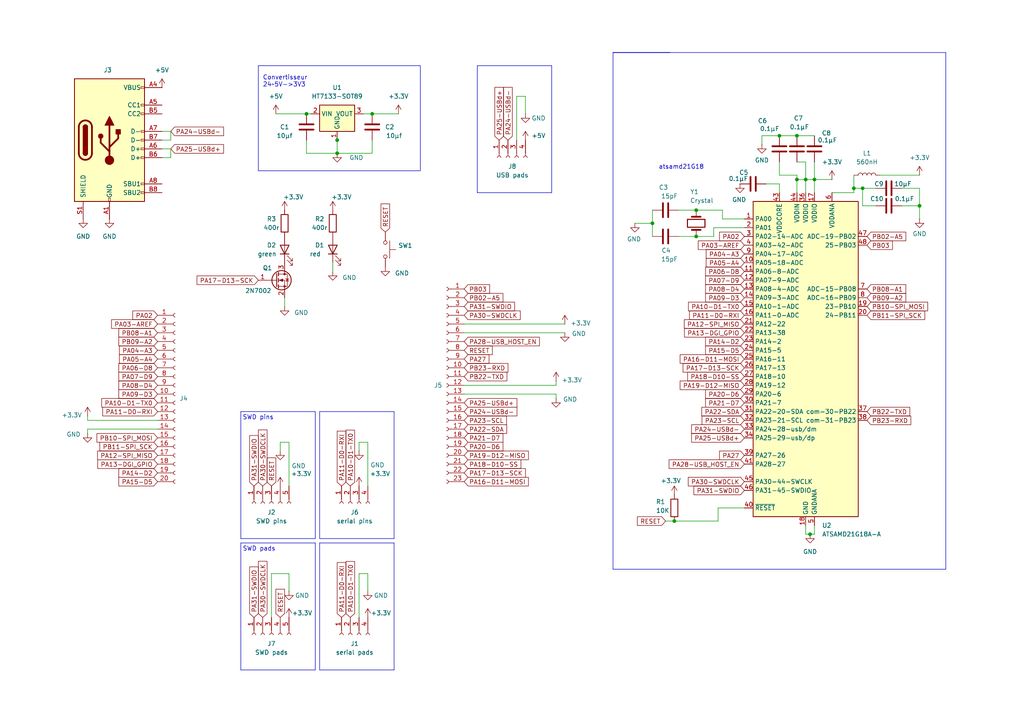
<source format=kicad_sch>
(kicad_sch
	(version 20231120)
	(generator "eeschema")
	(generator_version "8.0")
	(uuid "025a0f4b-62be-4bb0-84d4-afd7924eec6c")
	(paper "A4")
	
	(junction
		(at 226.06 39.37)
		(diameter 0)
		(color 0 0 0 0)
		(uuid "0975857b-7c15-4b1c-a24e-7c94fc2f8904")
	)
	(junction
		(at 97.79 40.64)
		(diameter 0)
		(color 0 0 0 0)
		(uuid "21a90fb7-0109-40f9-b021-37d17cbb5441")
	)
	(junction
		(at 231.14 52.07)
		(diameter 0)
		(color 0 0 0 0)
		(uuid "2d3420bb-ac5c-493b-8963-3b383535b625")
	)
	(junction
		(at 201.93 68.58)
		(diameter 0)
		(color 0 0 0 0)
		(uuid "3264d4a6-6fe7-44b6-a6b5-558d3ee6b287")
	)
	(junction
		(at 234.95 154.94)
		(diameter 0)
		(color 0 0 0 0)
		(uuid "6f33cf0f-6195-4dbb-9dc6-3701f91757c9")
	)
	(junction
		(at 233.68 52.07)
		(diameter 0)
		(color 0 0 0 0)
		(uuid "70b914a5-c6bb-4e91-b9e4-ca6996fee1ec")
	)
	(junction
		(at 107.95 33.02)
		(diameter 0)
		(color 0 0 0 0)
		(uuid "759cb462-2728-4dd1-a287-0fda1f6d6376")
	)
	(junction
		(at 250.19 54.61)
		(diameter 0)
		(color 0 0 0 0)
		(uuid "78ee2085-94e4-4ddc-b15a-c06c2b478697")
	)
	(junction
		(at 236.22 52.07)
		(diameter 0)
		(color 0 0 0 0)
		(uuid "79fa0395-3f2b-4a31-a037-9d43d897fcbc")
	)
	(junction
		(at 88.9 33.02)
		(diameter 0)
		(color 0 0 0 0)
		(uuid "7e077745-183b-41b0-a8da-9590bba266b4")
	)
	(junction
		(at 189.23 64.77)
		(diameter 0)
		(color 0 0 0 0)
		(uuid "9e3a70ab-ec61-4e80-9d82-a21f00ae781b")
	)
	(junction
		(at 231.14 39.37)
		(diameter 0)
		(color 0 0 0 0)
		(uuid "bfd38fdb-41d8-4052-ba3a-336273fb2d5f")
	)
	(junction
		(at 201.93 60.96)
		(diameter 0)
		(color 0 0 0 0)
		(uuid "d7fd7969-4477-478e-8429-0c2e5ceda434")
	)
	(junction
		(at 266.7 59.69)
		(diameter 0)
		(color 0 0 0 0)
		(uuid "dab52a10-0e5d-4be6-81ca-7b7c70469a7e")
	)
	(junction
		(at 97.79 44.45)
		(diameter 0)
		(color 0 0 0 0)
		(uuid "deeebe08-92e0-461a-aa1a-80d7440ee823")
	)
	(junction
		(at 247.65 54.61)
		(diameter 0)
		(color 0 0 0 0)
		(uuid "ebb6b96d-8cb0-44a0-8960-1e2ad66b05e3")
	)
	(junction
		(at 195.58 151.13)
		(diameter 0)
		(color 0 0 0 0)
		(uuid "f5c77f16-6a14-4afe-bb23-5e147523b36c")
	)
	(wire
		(pts
			(xy 196.85 68.58) (xy 201.93 68.58)
		)
		(stroke
			(width 0)
			(type default)
		)
		(uuid "00548b16-25ca-4abf-a2cf-df8647fd4bc8")
	)
	(polyline
		(pts
			(xy 92.71 157.48) (xy 92.71 184.15)
		)
		(stroke
			(width 0)
			(type default)
		)
		(uuid "017695f7-0d52-4251-ad10-ad515ab3cda1")
	)
	(wire
		(pts
			(xy 49.53 45.72) (xy 49.53 43.18)
		)
		(stroke
			(width 0)
			(type default)
		)
		(uuid "047f0e78-c31d-47bc-91ec-c9eeff0c4bd4")
	)
	(polyline
		(pts
			(xy 177.8 15.24) (xy 177.8 165.1)
		)
		(stroke
			(width 0)
			(type default)
		)
		(uuid "091880dc-6f65-4752-9cde-d6b4d91aaca3")
	)
	(wire
		(pts
			(xy 189.23 68.58) (xy 189.23 64.77)
		)
		(stroke
			(width 0)
			(type default)
		)
		(uuid "0efa7e42-9a47-419f-aa2f-f59c8926204c")
	)
	(wire
		(pts
			(xy 106.68 128.27) (xy 106.68 140.97)
		)
		(stroke
			(width 0)
			(type default)
		)
		(uuid "0f17a784-2abf-424d-8f95-62fa8cb1831d")
	)
	(wire
		(pts
			(xy 83.82 128.27) (xy 83.82 140.97)
		)
		(stroke
			(width 0)
			(type default)
		)
		(uuid "0f206201-c606-47bd-89bd-5c16362ca02e")
	)
	(polyline
		(pts
			(xy 69.85 119.38) (xy 69.85 146.05)
		)
		(stroke
			(width 0)
			(type default)
		)
		(uuid "0fde6205-80f9-43da-9413-693ef9b9bdcf")
	)
	(wire
		(pts
			(xy 46.99 43.18) (xy 49.53 43.18)
		)
		(stroke
			(width 0)
			(type default)
		)
		(uuid "126a1bf9-05ad-43c4-9304-58c9235a79d4")
	)
	(polyline
		(pts
			(xy 114.3 156.21) (xy 114.3 119.38)
		)
		(stroke
			(width 0)
			(type default)
		)
		(uuid "13288f83-aa4d-475d-b56c-2387eba662bb")
	)
	(wire
		(pts
			(xy 88.9 44.45) (xy 97.79 44.45)
		)
		(stroke
			(width 0)
			(type default)
		)
		(uuid "15a64082-b1fc-487d-8f38-25479e16b9a3")
	)
	(wire
		(pts
			(xy 46.99 45.72) (xy 49.53 45.72)
		)
		(stroke
			(width 0)
			(type default)
		)
		(uuid "171bfc02-9f41-49f5-8d8c-6bc7d7cbac99")
	)
	(wire
		(pts
			(xy 231.14 46.99) (xy 233.68 46.99)
		)
		(stroke
			(width 0)
			(type default)
		)
		(uuid "1839bed0-a9ba-4e4c-84ab-ced813dcd8cc")
	)
	(polyline
		(pts
			(xy 177.8 165.1) (xy 274.32 165.1)
		)
		(stroke
			(width 0)
			(type default)
		)
		(uuid "1c87726c-84ac-48c3-8332-d6b5996786ef")
	)
	(wire
		(pts
			(xy 209.55 60.96) (xy 209.55 63.5)
		)
		(stroke
			(width 0)
			(type default)
		)
		(uuid "1ce03ac1-9394-4a47-8963-c92a3795e9e1")
	)
	(wire
		(pts
			(xy 134.62 111.76) (xy 161.29 111.76)
		)
		(stroke
			(width 0)
			(type default)
		)
		(uuid "1f04f227-fed5-4da2-a46a-4696cd4f271f")
	)
	(wire
		(pts
			(xy 247.65 54.61) (xy 247.65 50.8)
		)
		(stroke
			(width 0)
			(type default)
		)
		(uuid "1f75ad1c-04b3-401a-b4fc-72a1e02d0a0f")
	)
	(wire
		(pts
			(xy 81.28 128.27) (xy 81.28 130.81)
		)
		(stroke
			(width 0)
			(type default)
		)
		(uuid "1febd290-dde0-47ea-a37b-473221f8161f")
	)
	(wire
		(pts
			(xy 149.86 27.94) (xy 149.86 40.64)
		)
		(stroke
			(width 0)
			(type default)
		)
		(uuid "21eb8e9c-e915-4469-b548-05ffdb346265")
	)
	(wire
		(pts
			(xy 196.85 60.96) (xy 201.93 60.96)
		)
		(stroke
			(width 0)
			(type default)
		)
		(uuid "22c02059-f5bd-4e7c-a09a-4cf500621bdf")
	)
	(wire
		(pts
			(xy 220.98 41.91) (xy 220.98 39.37)
		)
		(stroke
			(width 0)
			(type default)
		)
		(uuid "2489a22e-84f1-4eeb-b0dc-fd26caa9b4ba")
	)
	(wire
		(pts
			(xy 201.93 60.96) (xy 209.55 60.96)
		)
		(stroke
			(width 0)
			(type default)
		)
		(uuid "2610fe4b-e7d2-445e-9c1e-f35d928007b6")
	)
	(wire
		(pts
			(xy 193.04 151.13) (xy 195.58 151.13)
		)
		(stroke
			(width 0)
			(type default)
		)
		(uuid "26ed3cac-2852-4917-84b7-799b7e265885")
	)
	(wire
		(pts
			(xy 161.29 114.3) (xy 161.29 115.57)
		)
		(stroke
			(width 0)
			(type default)
		)
		(uuid "2eff13dd-19db-435d-aea5-4d0364368097")
	)
	(wire
		(pts
			(xy 25.4 124.46) (xy 25.4 125.73)
		)
		(stroke
			(width 0)
			(type default)
		)
		(uuid "2fd2190b-1b56-4096-9bfd-ce68c19c0367")
	)
	(wire
		(pts
			(xy 106.68 166.37) (xy 106.68 171.45)
		)
		(stroke
			(width 0)
			(type default)
		)
		(uuid "320135db-0e72-4788-b19e-86922deb572e")
	)
	(wire
		(pts
			(xy 231.14 52.07) (xy 231.14 55.88)
		)
		(stroke
			(width 0)
			(type default)
		)
		(uuid "3520f98f-1149-420a-9aad-80504de31c78")
	)
	(wire
		(pts
			(xy 266.7 59.69) (xy 266.7 63.5)
		)
		(stroke
			(width 0)
			(type default)
		)
		(uuid "38df06e4-fd2d-4e0c-ac56-82cdc803a994")
	)
	(polyline
		(pts
			(xy 69.85 194.31) (xy 91.44 194.31)
		)
		(stroke
			(width 0)
			(type default)
		)
		(uuid "3a1e0231-d0e5-4132-a42e-e4b63b02578e")
	)
	(polyline
		(pts
			(xy 92.71 119.38) (xy 92.71 146.05)
		)
		(stroke
			(width 0)
			(type default)
		)
		(uuid "3c8ce345-9428-4cfc-8845-a8ac08e69e95")
	)
	(wire
		(pts
			(xy 49.53 40.64) (xy 49.53 38.1)
		)
		(stroke
			(width 0)
			(type default)
		)
		(uuid "3de40b82-44c3-4408-94fd-ab64c2ec1ce8")
	)
	(wire
		(pts
			(xy 106.68 128.27) (xy 104.14 128.27)
		)
		(stroke
			(width 0)
			(type default)
		)
		(uuid "42995d3a-88f8-42e3-ae5b-aba1a12260e0")
	)
	(wire
		(pts
			(xy 189.23 60.96) (xy 189.23 64.77)
		)
		(stroke
			(width 0)
			(type default)
		)
		(uuid "42c93dcd-16b0-43f0-943c-31cd8cfdb594")
	)
	(wire
		(pts
			(xy 233.68 52.07) (xy 233.68 55.88)
		)
		(stroke
			(width 0)
			(type default)
		)
		(uuid "4673db88-412a-4314-bb6f-106e6df6aa04")
	)
	(wire
		(pts
			(xy 107.95 40.64) (xy 107.95 44.45)
		)
		(stroke
			(width 0)
			(type default)
		)
		(uuid "4679ed84-5314-45eb-b36a-747141d43c7b")
	)
	(wire
		(pts
			(xy 226.06 53.34) (xy 226.06 55.88)
		)
		(stroke
			(width 0)
			(type default)
		)
		(uuid "4823b8e1-872a-4dec-9358-42b1b263dc9e")
	)
	(wire
		(pts
			(xy 236.22 52.07) (xy 236.22 55.88)
		)
		(stroke
			(width 0)
			(type default)
		)
		(uuid "4891aa1b-af35-4ebf-ac42-47c7e51b8320")
	)
	(wire
		(pts
			(xy 236.22 52.07) (xy 241.3 52.07)
		)
		(stroke
			(width 0)
			(type default)
		)
		(uuid "48f9c232-8361-410c-9f33-8658920a43bf")
	)
	(wire
		(pts
			(xy 83.82 128.27) (xy 81.28 128.27)
		)
		(stroke
			(width 0)
			(type default)
		)
		(uuid "49a276d2-306c-42e2-8690-887583e57124")
	)
	(wire
		(pts
			(xy 161.29 110.49) (xy 161.29 111.76)
		)
		(stroke
			(width 0)
			(type default)
		)
		(uuid "4a7e4ae3-1545-4568-abaa-70b9b18491d4")
	)
	(wire
		(pts
			(xy 149.86 27.94) (xy 152.4 27.94)
		)
		(stroke
			(width 0)
			(type default)
		)
		(uuid "4aa2a4f1-e4b4-4ac3-be07-ea77ed69c385")
	)
	(polyline
		(pts
			(xy 91.44 119.38) (xy 69.85 119.38)
		)
		(stroke
			(width 0)
			(type default)
		)
		(uuid "4be838d1-18eb-4d04-a0a2-ecfcefdda931")
	)
	(wire
		(pts
			(xy 226.06 50.8) (xy 226.06 46.99)
		)
		(stroke
			(width 0)
			(type default)
		)
		(uuid "4c186f93-4228-4254-97a2-ca3a52d275f1")
	)
	(wire
		(pts
			(xy 46.99 38.1) (xy 49.53 38.1)
		)
		(stroke
			(width 0)
			(type default)
		)
		(uuid "4c485c6e-b6d7-4f4d-95dc-a8da9953c671")
	)
	(wire
		(pts
			(xy 209.55 63.5) (xy 215.9 63.5)
		)
		(stroke
			(width 0)
			(type default)
		)
		(uuid "4ca6821c-f70c-43dc-896b-1894950e5e47")
	)
	(polyline
		(pts
			(xy 177.8 15.24) (xy 194.31 15.24)
		)
		(stroke
			(width 0)
			(type default)
		)
		(uuid "519073a6-8265-4fe3-99e2-5606191d529e")
	)
	(wire
		(pts
			(xy 104.14 166.37) (xy 106.68 166.37)
		)
		(stroke
			(width 0)
			(type default)
		)
		(uuid "5324eb85-87ce-40d5-baf5-be20369b3085")
	)
	(wire
		(pts
			(xy 233.68 52.07) (xy 236.22 52.07)
		)
		(stroke
			(width 0)
			(type default)
		)
		(uuid "55c74b89-ff27-413e-a7fa-20d7b8356316")
	)
	(wire
		(pts
			(xy 261.62 59.69) (xy 266.7 59.69)
		)
		(stroke
			(width 0)
			(type default)
		)
		(uuid "5828634c-29ca-4383-949a-d09d24e5ed26")
	)
	(wire
		(pts
			(xy 189.23 64.77) (xy 184.15 64.77)
		)
		(stroke
			(width 0)
			(type default)
		)
		(uuid "5a7ce2ab-77d1-4399-8272-209135f9b0db")
	)
	(wire
		(pts
			(xy 234.95 154.94) (xy 236.22 154.94)
		)
		(stroke
			(width 0)
			(type default)
		)
		(uuid "5c728360-bc4f-48f1-b229-98a5f6a04848")
	)
	(wire
		(pts
			(xy 261.62 54.61) (xy 266.7 54.61)
		)
		(stroke
			(width 0)
			(type default)
		)
		(uuid "5e10d7a3-79f1-420b-b431-3ca7bd62ae3a")
	)
	(wire
		(pts
			(xy 104.14 166.37) (xy 104.14 179.07)
		)
		(stroke
			(width 0)
			(type default)
		)
		(uuid "61f6321f-217e-4521-985c-5f1db133c4ed")
	)
	(wire
		(pts
			(xy 266.7 54.61) (xy 266.7 59.69)
		)
		(stroke
			(width 0)
			(type default)
		)
		(uuid "626b74f7-0d61-4546-92f8-b5488cb77612")
	)
	(polyline
		(pts
			(xy 69.85 157.48) (xy 69.85 184.15)
		)
		(stroke
			(width 0)
			(type default)
		)
		(uuid "63a80995-fb84-4136-b890-d5edf4dfc519")
	)
	(wire
		(pts
			(xy 46.99 40.64) (xy 49.53 40.64)
		)
		(stroke
			(width 0)
			(type default)
		)
		(uuid "66c034ee-efa5-4192-9cba-5f09c88d7219")
	)
	(wire
		(pts
			(xy 134.62 96.52) (xy 163.83 96.52)
		)
		(stroke
			(width 0)
			(type default)
		)
		(uuid "6b0ac39e-586f-419a-8773-d07b76614e9d")
	)
	(polyline
		(pts
			(xy 138.43 45.72) (xy 138.43 55.88)
		)
		(stroke
			(width 0)
			(type default)
		)
		(uuid "708a3dee-29eb-4f1b-9d81-d4f032f76fd4")
	)
	(wire
		(pts
			(xy 105.41 33.02) (xy 107.95 33.02)
		)
		(stroke
			(width 0)
			(type default)
		)
		(uuid "712b742b-9681-46c5-aa91-f1d4dc2bbe57")
	)
	(polyline
		(pts
			(xy 114.3 157.48) (xy 92.71 157.48)
		)
		(stroke
			(width 0)
			(type default)
		)
		(uuid "714b8ed8-e600-4203-8702-85351b3a8e7f")
	)
	(wire
		(pts
			(xy 254 54.61) (xy 250.19 54.61)
		)
		(stroke
			(width 0)
			(type default)
		)
		(uuid "72a4b0f4-2a57-4819-8ff0-c73f1f337d9e")
	)
	(wire
		(pts
			(xy 234.95 154.94) (xy 233.68 154.94)
		)
		(stroke
			(width 0)
			(type default)
		)
		(uuid "754d349c-9be3-4e73-8c49-ae98d5d405ba")
	)
	(wire
		(pts
			(xy 88.9 33.02) (xy 90.17 33.02)
		)
		(stroke
			(width 0)
			(type default)
		)
		(uuid "767b7b03-bcf5-44a7-b71f-b997edd181ff")
	)
	(polyline
		(pts
			(xy 114.3 194.31) (xy 114.3 157.48)
		)
		(stroke
			(width 0)
			(type default)
		)
		(uuid "793858e3-f31e-4c58-a06a-dddb7cbbbb19")
	)
	(wire
		(pts
			(xy 226.06 50.8) (xy 231.14 50.8)
		)
		(stroke
			(width 0)
			(type default)
		)
		(uuid "7cf20c89-9230-40df-a131-c7f4fd1f00fa")
	)
	(polyline
		(pts
			(xy 138.43 55.88) (xy 160.02 55.88)
		)
		(stroke
			(width 0)
			(type default)
		)
		(uuid "7d008150-984f-46cf-b6c4-938e04a4bd46")
	)
	(wire
		(pts
			(xy 220.98 39.37) (xy 226.06 39.37)
		)
		(stroke
			(width 0)
			(type default)
		)
		(uuid "7f152e7f-b1d4-453f-8379-212b8f90091a")
	)
	(wire
		(pts
			(xy 78.74 166.37) (xy 83.82 166.37)
		)
		(stroke
			(width 0)
			(type default)
		)
		(uuid "7f2251b2-5243-455d-bda4-c22bd20ec433")
	)
	(polyline
		(pts
			(xy 91.44 157.48) (xy 69.85 157.48)
		)
		(stroke
			(width 0)
			(type default)
		)
		(uuid "800d2e28-de82-4119-ad5e-7025ca664e05")
	)
	(wire
		(pts
			(xy 97.79 44.45) (xy 107.95 44.45)
		)
		(stroke
			(width 0)
			(type default)
		)
		(uuid "806a3624-d820-4af6-a0f3-3d741a8751c7")
	)
	(polyline
		(pts
			(xy 114.3 119.38) (xy 92.71 119.38)
		)
		(stroke
			(width 0)
			(type default)
		)
		(uuid "89272ff3-6f32-4a90-9ed6-9ba27fc50448")
	)
	(polyline
		(pts
			(xy 274.32 165.1) (xy 274.32 15.24)
		)
		(stroke
			(width 0)
			(type default)
		)
		(uuid "9165d60a-757c-4bec-ace5-23e8eb0d070b")
	)
	(wire
		(pts
			(xy 226.06 39.37) (xy 231.14 39.37)
		)
		(stroke
			(width 0)
			(type default)
		)
		(uuid "9185bd1f-e0b6-47da-8523-7706dd7c7714")
	)
	(wire
		(pts
			(xy 236.22 152.4) (xy 236.22 154.94)
		)
		(stroke
			(width 0)
			(type default)
		)
		(uuid "93d2e62d-66d5-40f9-aee0-86a2a7b924ce")
	)
	(wire
		(pts
			(xy 97.79 40.64) (xy 97.79 44.45)
		)
		(stroke
			(width 0)
			(type default)
		)
		(uuid "949d24bf-b825-4ef5-a7a3-8798974db0ac")
	)
	(wire
		(pts
			(xy 231.14 39.37) (xy 236.22 39.37)
		)
		(stroke
			(width 0)
			(type default)
		)
		(uuid "9602f17f-57c0-4ec1-8be1-3f84df17f273")
	)
	(wire
		(pts
			(xy 241.3 55.88) (xy 247.65 55.88)
		)
		(stroke
			(width 0)
			(type default)
		)
		(uuid "981f4e4f-bf99-4d2e-95c8-a9c6a56f2c0f")
	)
	(wire
		(pts
			(xy 134.62 114.3) (xy 161.29 114.3)
		)
		(stroke
			(width 0)
			(type default)
		)
		(uuid "9942eb14-93e3-48d3-b6a1-261977369c44")
	)
	(wire
		(pts
			(xy 83.82 166.37) (xy 83.82 171.45)
		)
		(stroke
			(width 0)
			(type default)
		)
		(uuid "9ad11594-83c7-403c-bd2b-833a8d28db25")
	)
	(wire
		(pts
			(xy 78.74 166.37) (xy 78.74 179.07)
		)
		(stroke
			(width 0)
			(type default)
		)
		(uuid "9db923d1-b527-4cb9-91e5-256ab7b98ebd")
	)
	(wire
		(pts
			(xy 207.01 66.04) (xy 215.9 66.04)
		)
		(stroke
			(width 0)
			(type default)
		)
		(uuid "a1900e20-017c-4201-bb48-c0d7af797940")
	)
	(wire
		(pts
			(xy 201.93 68.58) (xy 207.01 68.58)
		)
		(stroke
			(width 0)
			(type default)
		)
		(uuid "a3c7d891-3f6f-4650-a7fe-3a129e8f6600")
	)
	(wire
		(pts
			(xy 88.9 40.64) (xy 88.9 44.45)
		)
		(stroke
			(width 0)
			(type default)
		)
		(uuid "a527bb6e-28f7-4a58-9a6b-99e12ded9b62")
	)
	(polyline
		(pts
			(xy 160.02 55.88) (xy 160.02 19.05)
		)
		(stroke
			(width 0)
			(type default)
		)
		(uuid "a5a431ff-d174-440b-bbd9-690afaebe026")
	)
	(wire
		(pts
			(xy 82.55 88.9) (xy 82.55 86.36)
		)
		(stroke
			(width 0)
			(type default)
		)
		(uuid "a681bcd0-91cd-404c-887c-98edd928f046")
	)
	(wire
		(pts
			(xy 231.14 52.07) (xy 233.68 52.07)
		)
		(stroke
			(width 0)
			(type default)
		)
		(uuid "ab85e5dd-92ad-42bc-b905-a42c552da24e")
	)
	(wire
		(pts
			(xy 231.14 50.8) (xy 231.14 52.07)
		)
		(stroke
			(width 0)
			(type default)
		)
		(uuid "b1b50604-a00f-47e8-a129-7e7b7aa85cd3")
	)
	(polyline
		(pts
			(xy 92.71 194.31) (xy 114.3 194.31)
		)
		(stroke
			(width 0)
			(type default)
		)
		(uuid "b1c8df6b-7c53-4aec-aeef-27e8ebce0a67")
	)
	(wire
		(pts
			(xy 80.01 33.02) (xy 88.9 33.02)
		)
		(stroke
			(width 0)
			(type default)
		)
		(uuid "b382b82c-b3c6-4921-9735-a96b3c5bbbf7")
	)
	(polyline
		(pts
			(xy 92.71 184.15) (xy 92.71 194.31)
		)
		(stroke
			(width 0)
			(type default)
		)
		(uuid "b411d167-8a22-48f7-a468-6ab4ef7566c9")
	)
	(wire
		(pts
			(xy 208.28 151.13) (xy 208.28 147.32)
		)
		(stroke
			(width 0)
			(type default)
		)
		(uuid "b4f52b26-fe77-4e32-bd47-468ddff71252")
	)
	(polyline
		(pts
			(xy 69.85 184.15) (xy 69.85 194.31)
		)
		(stroke
			(width 0)
			(type default)
		)
		(uuid "b8c6f1e6-6bb5-4c26-9d7d-43bb7f8da901")
	)
	(wire
		(pts
			(xy 233.68 46.99) (xy 233.68 52.07)
		)
		(stroke
			(width 0)
			(type default)
		)
		(uuid "bbf999b6-8110-43f4-a811-e8685a4fc834")
	)
	(wire
		(pts
			(xy 207.01 68.58) (xy 207.01 66.04)
		)
		(stroke
			(width 0)
			(type default)
		)
		(uuid "bc9b3d37-3530-40f6-b8b2-00aecbf87747")
	)
	(polyline
		(pts
			(xy 91.44 156.21) (xy 91.44 119.38)
		)
		(stroke
			(width 0)
			(type default)
		)
		(uuid "c07305ae-461e-4b60-8d76-5bc5fe5696a9")
	)
	(wire
		(pts
			(xy 97.79 39.37) (xy 97.79 40.64)
		)
		(stroke
			(width 0)
			(type default)
		)
		(uuid "c23bf910-3161-4273-8bc3-7e50693b7660")
	)
	(polyline
		(pts
			(xy 92.71 146.05) (xy 92.71 156.21)
		)
		(stroke
			(width 0)
			(type default)
		)
		(uuid "c680c7a3-f5cb-45d6-a91c-dd7834d9e69c")
	)
	(polyline
		(pts
			(xy 274.32 15.24) (xy 177.8 15.24)
		)
		(stroke
			(width 0)
			(type default)
		)
		(uuid "c7353f91-3ad6-4b08-84ed-813f86248c32")
	)
	(wire
		(pts
			(xy 134.62 93.98) (xy 163.83 93.98)
		)
		(stroke
			(width 0)
			(type default)
		)
		(uuid "c9161126-cc88-484d-adf6-58c9cb3ec538")
	)
	(wire
		(pts
			(xy 250.19 54.61) (xy 247.65 54.61)
		)
		(stroke
			(width 0)
			(type default)
		)
		(uuid "cb679b92-7520-44f1-8882-83122ae4b05f")
	)
	(polyline
		(pts
			(xy 160.02 19.05) (xy 138.43 19.05)
		)
		(stroke
			(width 0)
			(type default)
		)
		(uuid "ce36ef2d-4a7f-4058-8d9e-3de11f1d9495")
	)
	(wire
		(pts
			(xy 247.65 55.88) (xy 247.65 54.61)
		)
		(stroke
			(width 0)
			(type default)
		)
		(uuid "d12df546-4c4d-495d-8a63-53e56f7d3950")
	)
	(polyline
		(pts
			(xy 138.43 19.05) (xy 138.43 45.72)
		)
		(stroke
			(width 0)
			(type default)
		)
		(uuid "d1d3d2c0-f366-484f-997c-71094e38bdc9")
	)
	(wire
		(pts
			(xy 107.95 33.02) (xy 115.57 33.02)
		)
		(stroke
			(width 0)
			(type default)
		)
		(uuid "d2c8c031-4903-4b99-ae3d-bf7af79e553c")
	)
	(polyline
		(pts
			(xy 92.71 156.21) (xy 114.3 156.21)
		)
		(stroke
			(width 0)
			(type default)
		)
		(uuid "d5311b82-88fa-480a-8f93-f19c646743b2")
	)
	(wire
		(pts
			(xy 195.58 151.13) (xy 208.28 151.13)
		)
		(stroke
			(width 0)
			(type default)
		)
		(uuid "d7ced12f-6c62-47f9-96a6-901585b55a00")
	)
	(wire
		(pts
			(xy 152.4 27.94) (xy 152.4 33.02)
		)
		(stroke
			(width 0)
			(type default)
		)
		(uuid "d948fd76-e59e-4c78-bb36-ae7983d9614b")
	)
	(wire
		(pts
			(xy 255.27 50.8) (xy 266.7 50.8)
		)
		(stroke
			(width 0)
			(type default)
		)
		(uuid "d9dedff3-8b1a-4e2f-bdc1-30557f4cb1d2")
	)
	(wire
		(pts
			(xy 25.4 120.65) (xy 25.4 121.92)
		)
		(stroke
			(width 0)
			(type default)
		)
		(uuid "dc9ba203-acca-4bd8-8c0a-934ebf254b63")
	)
	(wire
		(pts
			(xy 208.28 147.32) (xy 215.9 147.32)
		)
		(stroke
			(width 0)
			(type default)
		)
		(uuid "dd051f79-d4b5-45c8-b4e0-0c5c7a5cd088")
	)
	(wire
		(pts
			(xy 236.22 46.99) (xy 236.22 52.07)
		)
		(stroke
			(width 0)
			(type default)
		)
		(uuid "ddd07f96-cc27-4752-bb3a-fce1a2f6c995")
	)
	(wire
		(pts
			(xy 233.68 154.94) (xy 233.68 152.4)
		)
		(stroke
			(width 0)
			(type default)
		)
		(uuid "deaa295c-3925-43d9-8052-de61a6d22def")
	)
	(wire
		(pts
			(xy 254 59.69) (xy 250.19 59.69)
		)
		(stroke
			(width 0)
			(type default)
		)
		(uuid "e4a31d19-c511-4134-acde-041f5b2d4091")
	)
	(wire
		(pts
			(xy 104.14 128.27) (xy 104.14 130.81)
		)
		(stroke
			(width 0)
			(type default)
		)
		(uuid "eb919b42-57d1-4a04-865c-592fa4091470")
	)
	(wire
		(pts
			(xy 250.19 59.69) (xy 250.19 54.61)
		)
		(stroke
			(width 0)
			(type default)
		)
		(uuid "effa9d6c-f3d7-4193-ab2a-4a4011ad7772")
	)
	(wire
		(pts
			(xy 96.52 78.74) (xy 96.52 76.2)
		)
		(stroke
			(width 0)
			(type default)
		)
		(uuid "f063b1e7-97ab-4549-9e4a-5d56b4cbf3a9")
	)
	(wire
		(pts
			(xy 25.4 121.92) (xy 45.72 121.92)
		)
		(stroke
			(width 0)
			(type default)
		)
		(uuid "f1067528-3fbf-40c4-8cdf-a0b0bd0635e8")
	)
	(polyline
		(pts
			(xy 69.85 146.05) (xy 69.85 156.21)
		)
		(stroke
			(width 0)
			(type default)
		)
		(uuid "f6e9e925-764b-4498-ba50-ba906192c6ed")
	)
	(wire
		(pts
			(xy 45.72 124.46) (xy 25.4 124.46)
		)
		(stroke
			(width 0)
			(type default)
		)
		(uuid "f7a8075a-d127-491b-8132-8c7892ac6a40")
	)
	(polyline
		(pts
			(xy 69.85 156.21) (xy 91.44 156.21)
		)
		(stroke
			(width 0)
			(type default)
		)
		(uuid "f99f3426-a098-470d-8e59-f6061d0b6bd2")
	)
	(wire
		(pts
			(xy 222.25 53.34) (xy 226.06 53.34)
		)
		(stroke
			(width 0)
			(type default)
		)
		(uuid "fa117dc1-7e97-4a50-ba1b-493b70c1a0df")
	)
	(polyline
		(pts
			(xy 91.44 194.31) (xy 91.44 157.48)
		)
		(stroke
			(width 0)
			(type default)
		)
		(uuid "fe4a2e19-fab1-492a-aa99-5040bdd61cf4")
	)
	(rectangle
		(start 74.93 19.05)
		(end 121.92 49.53)
		(stroke
			(width 0)
			(type default)
		)
		(fill
			(type none)
		)
		(uuid 5c9a21a4-0777-4170-85ed-922ff0762b03)
	)
	(text "SWD pins"
		(exclude_from_sim no)
		(at 70.358 121.92 0)
		(effects
			(font
				(size 1.27 1.27)
			)
			(justify left bottom)
		)
		(uuid "40f5548b-e38b-46f0-b8b7-62ba86eb2393")
	)
	(text "atsamd21G18"
		(exclude_from_sim no)
		(at 191.008 49.276 0)
		(effects
			(font
				(size 1.27 1.27)
			)
			(justify left bottom)
		)
		(uuid "4257bc38-84c4-4991-9a46-1c963eea085e")
	)
	(text "SWD pads"
		(exclude_from_sim no)
		(at 70.358 160.02 0)
		(effects
			(font
				(size 1.27 1.27)
			)
			(justify left bottom)
		)
		(uuid "5d536e40-e306-4856-809f-72908d8372ef")
	)
	(text "Convertisseur\n24~5V->3V3"
		(exclude_from_sim no)
		(at 76.2 25.4 0)
		(effects
			(font
				(size 1.27 1.27)
			)
			(justify left bottom)
		)
		(uuid "8684a497-7750-4a4b-a057-329f58bd0ecf")
	)
	(global_label "PA17-D13-SCK"
		(shape input)
		(at 134.62 137.16 0)
		(fields_autoplaced yes)
		(effects
			(font
				(size 1.27 1.27)
			)
			(justify left)
		)
		(uuid "035380c8-2a4f-4f6c-9e82-2b61b70c11e4")
		(property "Intersheetrefs" "${INTERSHEET_REFS}"
			(at 152.9661 137.16 0)
			(effects
				(font
					(size 1.27 1.27)
				)
				(justify left)
				(hide yes)
			)
		)
	)
	(global_label "PA19-D12-MISO"
		(shape input)
		(at 215.9 111.76 180)
		(fields_autoplaced yes)
		(effects
			(font
				(size 1.27 1.27)
			)
			(justify right)
		)
		(uuid "04f15ee8-c5ea-4169-81b6-c684be949579")
		(property "Intersheetrefs" "${INTERSHEET_REFS}"
			(at 196.7072 111.76 0)
			(effects
				(font
					(size 1.27 1.27)
				)
				(justify right)
				(hide yes)
			)
		)
	)
	(global_label "PA28-USB_HOST_EN"
		(shape input)
		(at 215.9 134.62 180)
		(fields_autoplaced yes)
		(effects
			(font
				(size 1.27 1.27)
			)
			(justify right)
		)
		(uuid "0debda2f-bdcb-4b04-9949-c9f04fb2780e")
		(property "Intersheetrefs" "${INTERSHEET_REFS}"
			(at 193.502 134.62 0)
			(effects
				(font
					(size 1.27 1.27)
				)
				(justify right)
				(hide yes)
			)
		)
	)
	(global_label "PA05-A4"
		(shape input)
		(at 215.9 76.2 180)
		(fields_autoplaced yes)
		(effects
			(font
				(size 1.27 1.27)
			)
			(justify right)
		)
		(uuid "158314e7-0552-481c-ac3f-250e0dadd602")
		(property "Intersheetrefs" "${INTERSHEET_REFS}"
			(at 204.2667 76.2 0)
			(effects
				(font
					(size 1.27 1.27)
				)
				(justify right)
				(hide yes)
			)
		)
	)
	(global_label "PB08-A1"
		(shape input)
		(at 45.72 96.52 180)
		(fields_autoplaced yes)
		(effects
			(font
				(size 1.27 1.27)
			)
			(justify right)
		)
		(uuid "1a6dacb4-85b8-4708-a3ec-f3bd04a3f0c2")
		(property "Intersheetrefs" "${INTERSHEET_REFS}"
			(at 33.9053 96.52 0)
			(effects
				(font
					(size 1.27 1.27)
				)
				(justify right)
				(hide yes)
			)
		)
	)
	(global_label "PA20-D6"
		(shape input)
		(at 215.9 114.3 180)
		(fields_autoplaced yes)
		(effects
			(font
				(size 1.27 1.27)
			)
			(justify right)
		)
		(uuid "1b6bded9-8050-47e9-84c8-37e8c671a603")
		(property "Intersheetrefs" "${INTERSHEET_REFS}"
			(at 204.0853 114.3 0)
			(effects
				(font
					(size 1.27 1.27)
				)
				(justify right)
				(hide yes)
			)
		)
	)
	(global_label "PA03-AREF"
		(shape input)
		(at 215.9 71.12 180)
		(fields_autoplaced yes)
		(effects
			(font
				(size 1.27 1.27)
			)
			(justify right)
		)
		(uuid "1e411aa2-af96-4f32-9216-4c2bb8763711")
		(property "Intersheetrefs" "${INTERSHEET_REFS}"
			(at 201.9686 71.12 0)
			(effects
				(font
					(size 1.27 1.27)
				)
				(justify right)
				(hide yes)
			)
		)
	)
	(global_label "PA14-D2"
		(shape input)
		(at 45.72 137.16 180)
		(fields_autoplaced yes)
		(effects
			(font
				(size 1.27 1.27)
			)
			(justify right)
		)
		(uuid "20c34cca-7972-465e-8030-369b80e1c515")
		(property "Intersheetrefs" "${INTERSHEET_REFS}"
			(at 33.9053 137.16 0)
			(effects
				(font
					(size 1.27 1.27)
				)
				(justify right)
				(hide yes)
			)
		)
	)
	(global_label "PA25-USBd+"
		(shape input)
		(at 144.78 40.64 90)
		(fields_autoplaced yes)
		(effects
			(font
				(size 1.27 1.27)
			)
			(justify left)
		)
		(uuid "213da065-e215-4754-b484-c92e3b7b5eea")
		(property "Intersheetrefs" "${INTERSHEET_REFS}"
			(at 144.78 24.7734 90)
			(effects
				(font
					(size 1.27 1.27)
				)
				(justify left)
				(hide yes)
			)
		)
	)
	(global_label "PA15-D5"
		(shape input)
		(at 45.72 139.7 180)
		(fields_autoplaced yes)
		(effects
			(font
				(size 1.27 1.27)
			)
			(justify right)
		)
		(uuid "273621c2-983f-40c4-bb7a-64d1eab52704")
		(property "Intersheetrefs" "${INTERSHEET_REFS}"
			(at 33.9053 139.7 0)
			(effects
				(font
					(size 1.27 1.27)
				)
				(justify right)
				(hide yes)
			)
		)
	)
	(global_label "PB02-A5"
		(shape input)
		(at 251.46 68.58 0)
		(fields_autoplaced yes)
		(effects
			(font
				(size 1.27 1.27)
			)
			(justify left)
		)
		(uuid "2aa22c5f-33c2-4c3a-9958-9a81d5d2f41f")
		(property "Intersheetrefs" "${INTERSHEET_REFS}"
			(at 263.2747 68.58 0)
			(effects
				(font
					(size 1.27 1.27)
				)
				(justify left)
				(hide yes)
			)
		)
	)
	(global_label "PA27"
		(shape input)
		(at 134.62 104.14 0)
		(fields_autoplaced yes)
		(effects
			(font
				(size 1.27 1.27)
			)
			(justify left)
		)
		(uuid "2c79ef99-c6a1-4579-b6e6-c294b5e8d0b4")
		(property "Intersheetrefs" "${INTERSHEET_REFS}"
			(at 142.3828 104.14 0)
			(effects
				(font
					(size 1.27 1.27)
				)
				(justify left)
				(hide yes)
			)
		)
	)
	(global_label "PA07-D9"
		(shape input)
		(at 45.72 109.22 180)
		(fields_autoplaced yes)
		(effects
			(font
				(size 1.27 1.27)
			)
			(justify right)
		)
		(uuid "2c9ba724-552a-40f0-a2af-80dda8d4b440")
		(property "Intersheetrefs" "${INTERSHEET_REFS}"
			(at 33.9053 109.22 0)
			(effects
				(font
					(size 1.27 1.27)
				)
				(justify right)
				(hide yes)
			)
		)
	)
	(global_label "PB09-A2"
		(shape input)
		(at 45.72 99.06 180)
		(fields_autoplaced yes)
		(effects
			(font
				(size 1.27 1.27)
			)
			(justify right)
		)
		(uuid "305c964b-98d3-4b77-b2e1-13feab99394d")
		(property "Intersheetrefs" "${INTERSHEET_REFS}"
			(at 33.9053 99.06 0)
			(effects
				(font
					(size 1.27 1.27)
				)
				(justify right)
				(hide yes)
			)
		)
	)
	(global_label "PB03"
		(shape input)
		(at 251.46 71.12 0)
		(fields_autoplaced yes)
		(effects
			(font
				(size 1.27 1.27)
			)
			(justify left)
		)
		(uuid "321a4d96-97e4-4dee-9921-9c5a9d193313")
		(property "Intersheetrefs" "${INTERSHEET_REFS}"
			(at 259.4042 71.12 0)
			(effects
				(font
					(size 1.27 1.27)
				)
				(justify left)
				(hide yes)
			)
		)
	)
	(global_label "PA15-D5"
		(shape input)
		(at 215.9 101.6 180)
		(fields_autoplaced yes)
		(effects
			(font
				(size 1.27 1.27)
			)
			(justify right)
		)
		(uuid "32a8bab2-c2d1-4b4c-8160-f951f02b29fb")
		(property "Intersheetrefs" "${INTERSHEET_REFS}"
			(at 204.0853 101.6 0)
			(effects
				(font
					(size 1.27 1.27)
				)
				(justify right)
				(hide yes)
			)
		)
	)
	(global_label "PA18-D10-SS"
		(shape input)
		(at 215.9 109.22 180)
		(fields_autoplaced yes)
		(effects
			(font
				(size 1.27 1.27)
			)
			(justify right)
		)
		(uuid "38f1caf7-4aea-4204-93c6-d7e6755158ad")
		(property "Intersheetrefs" "${INTERSHEET_REFS}"
			(at 198.8844 109.22 0)
			(effects
				(font
					(size 1.27 1.27)
				)
				(justify right)
				(hide yes)
			)
		)
	)
	(global_label "PA22-SDA"
		(shape input)
		(at 215.9 119.38 180)
		(fields_autoplaced yes)
		(effects
			(font
				(size 1.27 1.27)
			)
			(justify right)
		)
		(uuid "3b403923-f2b6-4d29-b424-10fc2e941274")
		(property "Intersheetrefs" "${INTERSHEET_REFS}"
			(at 202.9967 119.38 0)
			(effects
				(font
					(size 1.27 1.27)
				)
				(justify right)
				(hide yes)
			)
		)
	)
	(global_label "RESET"
		(shape input)
		(at 81.28 179.07 90)
		(fields_autoplaced yes)
		(effects
			(font
				(size 1.27 1.27)
			)
			(justify left)
		)
		(uuid "3ba1fb29-15ca-48bf-8442-01141b1efbc5")
		(property "Intersheetrefs" "${INTERSHEET_REFS}"
			(at -39.37 83.82 0)
			(effects
				(font
					(size 1.27 1.27)
				)
				(hide yes)
			)
		)
		(property "Références Inter-Feuilles" "${INTERSHEET_REFS}"
			(at 81.2006 171.0006 90)
			(effects
				(font
					(size 1.27 1.27)
				)
				(justify left)
				(hide yes)
			)
		)
	)
	(global_label "PA10-D1-TX0"
		(shape input)
		(at 215.9 88.9 180)
		(fields_autoplaced yes)
		(effects
			(font
				(size 1.27 1.27)
			)
			(justify right)
		)
		(uuid "3fa0b2b2-3604-4957-9030-f33cf97d643b")
		(property "Intersheetrefs" "${INTERSHEET_REFS}"
			(at 199.1263 88.9 0)
			(effects
				(font
					(size 1.27 1.27)
				)
				(justify right)
				(hide yes)
			)
		)
	)
	(global_label "PA25-USBd+"
		(shape input)
		(at 215.9 127 180)
		(fields_autoplaced yes)
		(effects
			(font
				(size 1.27 1.27)
			)
			(justify right)
		)
		(uuid "41db2b68-fcf6-41a1-a25c-46a80acd7691")
		(property "Intersheetrefs" "${INTERSHEET_REFS}"
			(at 200.0334 127 0)
			(effects
				(font
					(size 1.27 1.27)
				)
				(justify right)
				(hide yes)
			)
		)
	)
	(global_label "PB10-SPI_MOSI"
		(shape input)
		(at 251.46 88.9 0)
		(fields_autoplaced yes)
		(effects
			(font
				(size 1.27 1.27)
			)
			(justify left)
		)
		(uuid "42eac77d-aa8b-456f-a69e-4fa697e70cbc")
		(property "Intersheetrefs" "${INTERSHEET_REFS}"
			(at 269.6247 88.9 0)
			(effects
				(font
					(size 1.27 1.27)
				)
				(justify left)
				(hide yes)
			)
		)
	)
	(global_label "PA25-USBd+"
		(shape input)
		(at 49.53 43.18 0)
		(fields_autoplaced yes)
		(effects
			(font
				(size 1.27 1.27)
			)
			(justify left)
		)
		(uuid "444e0c36-6284-4cd5-8fce-118c115af80e")
		(property "Intersheetrefs" "${INTERSHEET_REFS}"
			(at 65.3966 43.18 0)
			(effects
				(font
					(size 1.27 1.27)
				)
				(justify left)
				(hide yes)
			)
		)
	)
	(global_label "RESET"
		(shape input)
		(at 111.76 67.31 90)
		(fields_autoplaced yes)
		(effects
			(font
				(size 1.27 1.27)
			)
			(justify left)
		)
		(uuid "448b614b-2608-4586-a7c7-bafaf1748bf4")
		(property "Intersheetrefs" "${INTERSHEET_REFS}"
			(at 111.76 58.5797 90)
			(effects
				(font
					(size 1.27 1.27)
				)
				(justify left)
				(hide yes)
			)
		)
	)
	(global_label "PA20-D6"
		(shape input)
		(at 134.62 129.54 0)
		(fields_autoplaced yes)
		(effects
			(font
				(size 1.27 1.27)
			)
			(justify left)
		)
		(uuid "48fb5862-1df6-44ba-ad14-16ec6fb880df")
		(property "Intersheetrefs" "${INTERSHEET_REFS}"
			(at 146.4347 129.54 0)
			(effects
				(font
					(size 1.27 1.27)
				)
				(justify left)
				(hide yes)
			)
		)
	)
	(global_label "PA11-D0-RXI"
		(shape input)
		(at 99.06 140.97 90)
		(fields_autoplaced yes)
		(effects
			(font
				(size 1.27 1.27)
			)
			(justify left)
		)
		(uuid "4d5e4d96-e83c-4adc-b399-918a8cc1f8d5")
		(property "Intersheetrefs" "${INTERSHEET_REFS}"
			(at 99.06 124.4986 90)
			(effects
				(font
					(size 1.27 1.27)
				)
				(justify left)
				(hide yes)
			)
		)
	)
	(global_label "PA25-USBd+"
		(shape input)
		(at 134.62 116.84 0)
		(fields_autoplaced yes)
		(effects
			(font
				(size 1.27 1.27)
			)
			(justify left)
		)
		(uuid "4fff8810-3447-42aa-8a8f-702d2342f788")
		(property "Intersheetrefs" "${INTERSHEET_REFS}"
			(at 150.4866 116.84 0)
			(effects
				(font
					(size 1.27 1.27)
				)
				(justify left)
				(hide yes)
			)
		)
	)
	(global_label "PB08-A1"
		(shape input)
		(at 251.46 83.82 0)
		(fields_autoplaced yes)
		(effects
			(font
				(size 1.27 1.27)
			)
			(justify left)
		)
		(uuid "57187d2d-c845-4e53-be32-a64feaa1c496")
		(property "Intersheetrefs" "${INTERSHEET_REFS}"
			(at 263.2747 83.82 0)
			(effects
				(font
					(size 1.27 1.27)
				)
				(justify left)
				(hide yes)
			)
		)
	)
	(global_label "PA11-D0-RXI"
		(shape input)
		(at 215.9 91.44 180)
		(fields_autoplaced yes)
		(effects
			(font
				(size 1.27 1.27)
			)
			(justify right)
		)
		(uuid "5d364d74-1af6-48c9-8047-dde6bc4359d4")
		(property "Intersheetrefs" "${INTERSHEET_REFS}"
			(at 199.4286 91.44 0)
			(effects
				(font
					(size 1.27 1.27)
				)
				(justify right)
				(hide yes)
			)
		)
	)
	(global_label "RESET"
		(shape input)
		(at 193.04 151.13 180)
		(fields_autoplaced yes)
		(effects
			(font
				(size 1.27 1.27)
			)
			(justify right)
		)
		(uuid "5f7176c0-66b8-42ea-bc35-55fb153ea1f4")
		(property "Intersheetrefs" "${INTERSHEET_REFS}"
			(at 184.3097 151.13 0)
			(effects
				(font
					(size 1.27 1.27)
				)
				(justify right)
				(hide yes)
			)
		)
	)
	(global_label "PA16-D11-MOSI"
		(shape input)
		(at 134.62 139.7 0)
		(fields_autoplaced yes)
		(effects
			(font
				(size 1.27 1.27)
			)
			(justify left)
		)
		(uuid "654e306c-1a23-4447-a066-5d9a6d6707e2")
		(property "Intersheetrefs" "${INTERSHEET_REFS}"
			(at 153.8128 139.7 0)
			(effects
				(font
					(size 1.27 1.27)
				)
				(justify left)
				(hide yes)
			)
		)
	)
	(global_label "PA30-SWDCLK"
		(shape input)
		(at 76.2 179.07 90)
		(fields_autoplaced yes)
		(effects
			(font
				(size 1.27 1.27)
			)
			(justify left)
		)
		(uuid "68729de8-f56c-4b98-a811-ec8abe390a21")
		(property "Intersheetrefs" "${INTERSHEET_REFS}"
			(at 76.2 162.2358 90)
			(effects
				(font
					(size 1.27 1.27)
				)
				(justify left)
				(hide yes)
			)
		)
		(property "Références Inter-Feuilles" "${INTERSHEET_REFS}"
			(at 74.0092 179.07 90)
			(effects
				(font
					(size 1.27 1.27)
				)
				(justify left)
				(hide yes)
			)
		)
	)
	(global_label "PA14-D2"
		(shape input)
		(at 215.9 99.06 180)
		(fields_autoplaced yes)
		(effects
			(font
				(size 1.27 1.27)
			)
			(justify right)
		)
		(uuid "68d6e2ee-7229-4a2a-a7e5-734659ff0f5d")
		(property "Intersheetrefs" "${INTERSHEET_REFS}"
			(at 204.0853 99.06 0)
			(effects
				(font
					(size 1.27 1.27)
				)
				(justify right)
				(hide yes)
			)
		)
	)
	(global_label "PA21-D7"
		(shape input)
		(at 215.9 116.84 180)
		(fields_autoplaced yes)
		(effects
			(font
				(size 1.27 1.27)
			)
			(justify right)
		)
		(uuid "6eb4590c-c26e-49f3-8640-142c8caa6abf")
		(property "Intersheetrefs" "${INTERSHEET_REFS}"
			(at 204.0853 116.84 0)
			(effects
				(font
					(size 1.27 1.27)
				)
				(justify right)
				(hide yes)
			)
		)
	)
	(global_label "PA06-D8"
		(shape input)
		(at 215.9 78.74 180)
		(fields_autoplaced yes)
		(effects
			(font
				(size 1.27 1.27)
			)
			(justify right)
		)
		(uuid "6fd1cf5b-1c96-4e6f-af4d-2fbe8a42fed9")
		(property "Intersheetrefs" "${INTERSHEET_REFS}"
			(at 204.0853 78.74 0)
			(effects
				(font
					(size 1.27 1.27)
				)
				(justify right)
				(hide yes)
			)
		)
	)
	(global_label "PA06-D8"
		(shape input)
		(at 45.72 106.68 180)
		(fields_autoplaced yes)
		(effects
			(font
				(size 1.27 1.27)
			)
			(justify right)
		)
		(uuid "7142ff16-ec65-4d85-978a-9f3a6b211ebc")
		(property "Intersheetrefs" "${INTERSHEET_REFS}"
			(at 33.9053 106.68 0)
			(effects
				(font
					(size 1.27 1.27)
				)
				(justify right)
				(hide yes)
			)
		)
	)
	(global_label "PA10-D1-TX0"
		(shape input)
		(at 101.6 179.07 90)
		(fields_autoplaced yes)
		(effects
			(font
				(size 1.27 1.27)
			)
			(justify left)
		)
		(uuid "72dee036-5c9c-4280-a077-9afcf603dfd2")
		(property "Intersheetrefs" "${INTERSHEET_REFS}"
			(at 101.6 162.2963 90)
			(effects
				(font
					(size 1.27 1.27)
				)
				(justify left)
				(hide yes)
			)
		)
	)
	(global_label "PA31-SWDIO"
		(shape input)
		(at 73.66 140.97 90)
		(fields_autoplaced yes)
		(effects
			(font
				(size 1.27 1.27)
			)
			(justify left)
		)
		(uuid "7444fd98-2439-4448-9d16-739f7fd447df")
		(property "Intersheetrefs" "${INTERSHEET_REFS}"
			(at 73.66 125.7686 90)
			(effects
				(font
					(size 1.27 1.27)
				)
				(justify left)
				(hide yes)
			)
		)
	)
	(global_label "PA19-D12-MISO"
		(shape input)
		(at 134.62 132.08 0)
		(fields_autoplaced yes)
		(effects
			(font
				(size 1.27 1.27)
			)
			(justify left)
		)
		(uuid "75de5d6d-0f25-42b6-90d6-b4d1303b6bf6")
		(property "Intersheetrefs" "${INTERSHEET_REFS}"
			(at 153.8128 132.08 0)
			(effects
				(font
					(size 1.27 1.27)
				)
				(justify left)
				(hide yes)
			)
		)
	)
	(global_label "PA12-SPI_MISO"
		(shape input)
		(at 45.72 132.08 180)
		(fields_autoplaced yes)
		(effects
			(font
				(size 1.27 1.27)
			)
			(justify right)
		)
		(uuid "7937b481-9017-49d3-a7cd-1ec61b7b59bc")
		(property "Intersheetrefs" "${INTERSHEET_REFS}"
			(at 27.7367 132.08 0)
			(effects
				(font
					(size 1.27 1.27)
				)
				(justify right)
				(hide yes)
			)
		)
	)
	(global_label "PA17-D13-SCK"
		(shape input)
		(at 215.9 106.68 180)
		(fields_autoplaced yes)
		(effects
			(font
				(size 1.27 1.27)
			)
			(justify right)
		)
		(uuid "7b2974df-5cb8-415b-8904-6c1140e10966")
		(property "Intersheetrefs" "${INTERSHEET_REFS}"
			(at 197.5539 106.68 0)
			(effects
				(font
					(size 1.27 1.27)
				)
				(justify right)
				(hide yes)
			)
		)
	)
	(global_label "PB22-TXD"
		(shape input)
		(at 251.46 119.38 0)
		(fields_autoplaced yes)
		(effects
			(font
				(size 1.27 1.27)
			)
			(justify left)
		)
		(uuid "7c224530-f6d4-41de-aa03-957a1cbf7196")
		(property "Intersheetrefs" "${INTERSHEET_REFS}"
			(at 264.4237 119.38 0)
			(effects
				(font
					(size 1.27 1.27)
				)
				(justify left)
				(hide yes)
			)
		)
	)
	(global_label "PA08-D4"
		(shape input)
		(at 215.9 83.82 180)
		(fields_autoplaced yes)
		(effects
			(font
				(size 1.27 1.27)
			)
			(justify right)
		)
		(uuid "7db80d20-cbbc-474d-874d-95666c6737da")
		(property "Intersheetrefs" "${INTERSHEET_REFS}"
			(at 204.0853 83.82 0)
			(effects
				(font
					(size 1.27 1.27)
				)
				(justify right)
				(hide yes)
			)
		)
	)
	(global_label "PB23-RXD"
		(shape input)
		(at 251.46 121.92 0)
		(fields_autoplaced yes)
		(effects
			(font
				(size 1.27 1.27)
			)
			(justify left)
		)
		(uuid "83d0a31d-bf96-45de-a396-6266fe9fae8c")
		(property "Intersheetrefs" "${INTERSHEET_REFS}"
			(at 264.7261 121.92 0)
			(effects
				(font
					(size 1.27 1.27)
				)
				(justify left)
				(hide yes)
			)
		)
	)
	(global_label "PA03-AREF"
		(shape input)
		(at 45.72 93.98 180)
		(fields_autoplaced yes)
		(effects
			(font
				(size 1.27 1.27)
			)
			(justify right)
		)
		(uuid "84171a27-0132-4dce-aa49-d7d195e92d7a")
		(property "Intersheetrefs" "${INTERSHEET_REFS}"
			(at 31.7886 93.98 0)
			(effects
				(font
					(size 1.27 1.27)
				)
				(justify right)
				(hide yes)
			)
		)
	)
	(global_label "PA31-SWDIO"
		(shape input)
		(at 134.62 88.9 0)
		(fields_autoplaced yes)
		(effects
			(font
				(size 1.27 1.27)
			)
			(justify left)
		)
		(uuid "8549a502-ac50-4434-9b99-73a72e9f7f0b")
		(property "Intersheetrefs" "${INTERSHEET_REFS}"
			(at 149.8214 88.9 0)
			(effects
				(font
					(size 1.27 1.27)
				)
				(justify left)
				(hide yes)
			)
		)
	)
	(global_label "PA23-SCL"
		(shape input)
		(at 134.62 121.92 0)
		(fields_autoplaced yes)
		(effects
			(font
				(size 1.27 1.27)
			)
			(justify left)
		)
		(uuid "8725e554-f00d-43b9-b716-6143012e2f29")
		(property "Intersheetrefs" "${INTERSHEET_REFS}"
			(at 147.4628 121.92 0)
			(effects
				(font
					(size 1.27 1.27)
				)
				(justify left)
				(hide yes)
			)
		)
	)
	(global_label "PA13-DGI_GPIO"
		(shape input)
		(at 45.72 134.62 180)
		(fields_autoplaced yes)
		(effects
			(font
				(size 1.27 1.27)
			)
			(justify right)
		)
		(uuid "87eb03df-7148-4868-b231-7d1db0992c5f")
		(property "Intersheetrefs" "${INTERSHEET_REFS}"
			(at 27.7971 134.62 0)
			(effects
				(font
					(size 1.27 1.27)
				)
				(justify right)
				(hide yes)
			)
		)
	)
	(global_label "PA30-SWDCLK"
		(shape input)
		(at 134.62 91.44 0)
		(fields_autoplaced yes)
		(effects
			(font
				(size 1.27 1.27)
			)
			(justify left)
		)
		(uuid "8b876640-d411-4537-a00a-9951cc917b84")
		(property "Intersheetrefs" "${INTERSHEET_REFS}"
			(at 151.4542 91.44 0)
			(effects
				(font
					(size 1.27 1.27)
				)
				(justify left)
				(hide yes)
			)
		)
	)
	(global_label "PA11-D0-RXI"
		(shape input)
		(at 45.72 119.38 180)
		(fields_autoplaced yes)
		(effects
			(font
				(size 1.27 1.27)
			)
			(justify right)
		)
		(uuid "8fe98f1f-0d1c-42d6-a5aa-124c0b639c28")
		(property "Intersheetrefs" "${INTERSHEET_REFS}"
			(at 29.2486 119.38 0)
			(effects
				(font
					(size 1.27 1.27)
				)
				(justify right)
				(hide yes)
			)
		)
	)
	(global_label "PA12-SPI_MISO"
		(shape input)
		(at 215.9 93.98 180)
		(fields_autoplaced yes)
		(effects
			(font
				(size 1.27 1.27)
			)
			(justify right)
		)
		(uuid "90387e04-e99e-42ce-81bc-f502ef3b55e3")
		(property "Intersheetrefs" "${INTERSHEET_REFS}"
			(at 197.9167 93.98 0)
			(effects
				(font
					(size 1.27 1.27)
				)
				(justify right)
				(hide yes)
			)
		)
	)
	(global_label "PA02"
		(shape input)
		(at 215.9 68.58 180)
		(fields_autoplaced yes)
		(effects
			(font
				(size 1.27 1.27)
			)
			(justify right)
		)
		(uuid "94cde4da-f86b-4a08-8ea3-0c0dad4912cd")
		(property "Intersheetrefs" "${INTERSHEET_REFS}"
			(at 208.1372 68.58 0)
			(effects
				(font
					(size 1.27 1.27)
				)
				(justify right)
				(hide yes)
			)
		)
	)
	(global_label "PA08-D4"
		(shape input)
		(at 45.72 111.76 180)
		(fields_autoplaced yes)
		(effects
			(font
				(size 1.27 1.27)
			)
			(justify right)
		)
		(uuid "96c1070e-4c92-4c90-913e-9b1cbc77102c")
		(property "Intersheetrefs" "${INTERSHEET_REFS}"
			(at 33.9053 111.76 0)
			(effects
				(font
					(size 1.27 1.27)
				)
				(justify right)
				(hide yes)
			)
		)
	)
	(global_label "PA02"
		(shape input)
		(at 45.72 91.44 180)
		(fields_autoplaced yes)
		(effects
			(font
				(size 1.27 1.27)
			)
			(justify right)
		)
		(uuid "971ef15a-7eb7-4a9e-b024-00eb8af91bb1")
		(property "Intersheetrefs" "${INTERSHEET_REFS}"
			(at 37.9572 91.44 0)
			(effects
				(font
					(size 1.27 1.27)
				)
				(justify right)
				(hide yes)
			)
		)
	)
	(global_label "PA09-D3"
		(shape input)
		(at 215.9 86.36 180)
		(fields_autoplaced yes)
		(effects
			(font
				(size 1.27 1.27)
			)
			(justify right)
		)
		(uuid "97481115-b8aa-4605-90c6-4bd52e32f7a7")
		(property "Intersheetrefs" "${INTERSHEET_REFS}"
			(at 204.0853 86.36 0)
			(effects
				(font
					(size 1.27 1.27)
				)
				(justify right)
				(hide yes)
			)
		)
	)
	(global_label "PB10-SPI_MOSI"
		(shape input)
		(at 45.72 127 180)
		(fields_autoplaced yes)
		(effects
			(font
				(size 1.27 1.27)
			)
			(justify right)
		)
		(uuid "9a23d5a7-ec05-4914-a1e9-9e888f38b24c")
		(property "Intersheetrefs" "${INTERSHEET_REFS}"
			(at 27.5553 127 0)
			(effects
				(font
					(size 1.27 1.27)
				)
				(justify right)
				(hide yes)
			)
		)
	)
	(global_label "PA31-SWDIO"
		(shape input)
		(at 215.9 142.24 180)
		(fields_autoplaced yes)
		(effects
			(font
				(size 1.27 1.27)
			)
			(justify right)
		)
		(uuid "9cc3075d-6de7-4df2-b9be-52c05b517b5b")
		(property "Intersheetrefs" "${INTERSHEET_REFS}"
			(at 200.6986 142.24 0)
			(effects
				(font
					(size 1.27 1.27)
				)
				(justify right)
				(hide yes)
			)
		)
	)
	(global_label "PA10-D1-TX0"
		(shape input)
		(at 101.6 140.97 90)
		(fields_autoplaced yes)
		(effects
			(font
				(size 1.27 1.27)
			)
			(justify left)
		)
		(uuid "9ffce52f-744a-4857-a7ad-ebaf48dfef8f")
		(property "Intersheetrefs" "${INTERSHEET_REFS}"
			(at 101.6 124.1963 90)
			(effects
				(font
					(size 1.27 1.27)
				)
				(justify left)
				(hide yes)
			)
		)
	)
	(global_label "PA27"
		(shape input)
		(at 215.9 132.08 180)
		(fields_autoplaced yes)
		(effects
			(font
				(size 1.27 1.27)
			)
			(justify right)
		)
		(uuid "a221dc39-f549-4dce-961f-b88cb91533e5")
		(property "Intersheetrefs" "${INTERSHEET_REFS}"
			(at 208.1372 132.08 0)
			(effects
				(font
					(size 1.27 1.27)
				)
				(justify right)
				(hide yes)
			)
		)
	)
	(global_label "PB02-A5"
		(shape input)
		(at 134.62 86.36 0)
		(fields_autoplaced yes)
		(effects
			(font
				(size 1.27 1.27)
			)
			(justify left)
		)
		(uuid "a631835e-78f2-4f38-a201-3d3ce1088016")
		(property "Intersheetrefs" "${INTERSHEET_REFS}"
			(at 146.4347 86.36 0)
			(effects
				(font
					(size 1.27 1.27)
				)
				(justify left)
				(hide yes)
			)
		)
	)
	(global_label "PA05-A4"
		(shape input)
		(at 45.72 104.14 180)
		(fields_autoplaced yes)
		(effects
			(font
				(size 1.27 1.27)
			)
			(justify right)
		)
		(uuid "b54f34d9-87b2-4431-8b18-d2b58bcff5da")
		(property "Intersheetrefs" "${INTERSHEET_REFS}"
			(at 34.0867 104.14 0)
			(effects
				(font
					(size 1.27 1.27)
				)
				(justify right)
				(hide yes)
			)
		)
	)
	(global_label "PA07-D9"
		(shape input)
		(at 215.9 81.28 180)
		(fields_autoplaced yes)
		(effects
			(font
				(size 1.27 1.27)
			)
			(justify right)
		)
		(uuid "bc647628-849e-4157-aa4d-05eb5f3954ea")
		(property "Intersheetrefs" "${INTERSHEET_REFS}"
			(at 204.0853 81.28 0)
			(effects
				(font
					(size 1.27 1.27)
				)
				(justify right)
				(hide yes)
			)
		)
	)
	(global_label "PB22-TXD"
		(shape input)
		(at 134.62 109.22 0)
		(fields_autoplaced yes)
		(effects
			(font
				(size 1.27 1.27)
			)
			(justify left)
		)
		(uuid "c4a509af-a6c4-42e9-88ad-a37a6d54c2b6")
		(property "Intersheetrefs" "${INTERSHEET_REFS}"
			(at 147.5837 109.22 0)
			(effects
				(font
					(size 1.27 1.27)
				)
				(justify left)
				(hide yes)
			)
		)
	)
	(global_label "PA04-A3"
		(shape input)
		(at 45.72 101.6 180)
		(fields_autoplaced yes)
		(effects
			(font
				(size 1.27 1.27)
			)
			(justify right)
		)
		(uuid "ca884a5d-a611-4967-915c-629305edacd7")
		(property "Intersheetrefs" "${INTERSHEET_REFS}"
			(at 34.0867 101.6 0)
			(effects
				(font
					(size 1.27 1.27)
				)
				(justify right)
				(hide yes)
			)
		)
	)
	(global_label "PA31-SWDIO"
		(shape input)
		(at 73.66 179.07 90)
		(fields_autoplaced yes)
		(effects
			(font
				(size 1.27 1.27)
			)
			(justify left)
		)
		(uuid "cd78c540-bbc4-427c-ab0d-33ddb3b1c293")
		(property "Intersheetrefs" "${INTERSHEET_REFS}"
			(at 73.66 163.8686 90)
			(effects
				(font
					(size 1.27 1.27)
				)
				(justify left)
				(hide yes)
			)
		)
	)
	(global_label "PA28-USB_HOST_EN"
		(shape input)
		(at 134.62 99.06 0)
		(fields_autoplaced yes)
		(effects
			(font
				(size 1.27 1.27)
			)
			(justify left)
		)
		(uuid "cdc23f26-97d4-4026-917c-eaacc5399d3c")
		(property "Intersheetrefs" "${INTERSHEET_REFS}"
			(at 157.018 99.06 0)
			(effects
				(font
					(size 1.27 1.27)
				)
				(justify left)
				(hide yes)
			)
		)
	)
	(global_label "PA24-USBd-"
		(shape input)
		(at 134.62 119.38 0)
		(fields_autoplaced yes)
		(effects
			(font
				(size 1.27 1.27)
			)
			(justify left)
		)
		(uuid "ce6d3c49-5cdc-4723-a39b-22ce3a619757")
		(property "Intersheetrefs" "${INTERSHEET_REFS}"
			(at 150.4866 119.38 0)
			(effects
				(font
					(size 1.27 1.27)
				)
				(justify left)
				(hide yes)
			)
		)
	)
	(global_label "PA17-D13-SCK"
		(shape input)
		(at 74.93 81.28 180)
		(fields_autoplaced yes)
		(effects
			(font
				(size 1.27 1.27)
			)
			(justify right)
		)
		(uuid "d0917f51-aaa9-4bba-af25-e02f3e1601b9")
		(property "Intersheetrefs" "${INTERSHEET_REFS}"
			(at 56.5839 81.28 0)
			(effects
				(font
					(size 1.27 1.27)
				)
				(justify right)
				(hide yes)
			)
		)
	)
	(global_label "PA24-USBd-"
		(shape input)
		(at 215.9 124.46 180)
		(fields_autoplaced yes)
		(effects
			(font
				(size 1.27 1.27)
			)
			(justify right)
		)
		(uuid "d2499cc3-4384-41b0-b57c-0eb002b22561")
		(property "Intersheetrefs" "${INTERSHEET_REFS}"
			(at 200.0334 124.46 0)
			(effects
				(font
					(size 1.27 1.27)
				)
				(justify right)
				(hide yes)
			)
		)
	)
	(global_label "PA10-D1-TX0"
		(shape input)
		(at 45.72 116.84 180)
		(fields_autoplaced yes)
		(effects
			(font
				(size 1.27 1.27)
			)
			(justify right)
		)
		(uuid "d2d510af-d2a1-4e59-b0b3-1ae6358aa84a")
		(property "Intersheetrefs" "${INTERSHEET_REFS}"
			(at 28.9463 116.84 0)
			(effects
				(font
					(size 1.27 1.27)
				)
				(justify right)
				(hide yes)
			)
		)
	)
	(global_label "RESET"
		(shape input)
		(at 78.74 140.97 90)
		(fields_autoplaced yes)
		(effects
			(font
				(size 1.27 1.27)
			)
			(justify left)
		)
		(uuid "d455d473-4816-40a4-a218-aa4740035f30")
		(property "Intersheetrefs" "${INTERSHEET_REFS}"
			(at -41.91 45.72 0)
			(effects
				(font
					(size 1.27 1.27)
				)
				(hide yes)
			)
		)
		(property "Références Inter-Feuilles" "${INTERSHEET_REFS}"
			(at 78.6606 132.9006 90)
			(effects
				(font
					(size 1.27 1.27)
				)
				(justify left)
				(hide yes)
			)
		)
	)
	(global_label "PA11-D0-RXI"
		(shape input)
		(at 99.06 179.07 90)
		(fields_autoplaced yes)
		(effects
			(font
				(size 1.27 1.27)
			)
			(justify left)
		)
		(uuid "d61b74df-dd41-4e97-9648-6a1dc34ac2eb")
		(property "Intersheetrefs" "${INTERSHEET_REFS}"
			(at 99.06 162.5986 90)
			(effects
				(font
					(size 1.27 1.27)
				)
				(justify left)
				(hide yes)
			)
		)
	)
	(global_label "PB11-SPI_SCK"
		(shape input)
		(at 251.46 91.44 0)
		(fields_autoplaced yes)
		(effects
			(font
				(size 1.27 1.27)
			)
			(justify left)
		)
		(uuid "dde9fa5e-ad76-4640-8f36-064340eb27fa")
		(property "Intersheetrefs" "${INTERSHEET_REFS}"
			(at 268.778 91.44 0)
			(effects
				(font
					(size 1.27 1.27)
				)
				(justify left)
				(hide yes)
			)
		)
	)
	(global_label "PA24-USBd-"
		(shape input)
		(at 147.32 40.64 90)
		(fields_autoplaced yes)
		(effects
			(font
				(size 1.27 1.27)
			)
			(justify left)
		)
		(uuid "df0becaf-7a8b-44ed-adc4-f119e199f43a")
		(property "Intersheetrefs" "${INTERSHEET_REFS}"
			(at 147.32 24.7734 90)
			(effects
				(font
					(size 1.27 1.27)
				)
				(justify left)
				(hide yes)
			)
		)
	)
	(global_label "PA04-A3"
		(shape input)
		(at 215.9 73.66 180)
		(fields_autoplaced yes)
		(effects
			(font
				(size 1.27 1.27)
			)
			(justify right)
		)
		(uuid "dfbb2e66-83bb-4194-acdf-0b8138d6d751")
		(property "Intersheetrefs" "${INTERSHEET_REFS}"
			(at 204.2667 73.66 0)
			(effects
				(font
					(size 1.27 1.27)
				)
				(justify right)
				(hide yes)
			)
		)
	)
	(global_label "PA16-D11-MOSI"
		(shape input)
		(at 215.9 104.14 180)
		(fields_autoplaced yes)
		(effects
			(font
				(size 1.27 1.27)
			)
			(justify right)
		)
		(uuid "e19ee61c-84c8-4f6a-b551-1dd15a186f2e")
		(property "Intersheetrefs" "${INTERSHEET_REFS}"
			(at 196.7072 104.14 0)
			(effects
				(font
					(size 1.27 1.27)
				)
				(justify right)
				(hide yes)
			)
		)
	)
	(global_label "PB09-A2"
		(shape input)
		(at 251.46 86.36 0)
		(fields_autoplaced yes)
		(effects
			(font
				(size 1.27 1.27)
			)
			(justify left)
		)
		(uuid "e3556503-144f-4dbc-bff0-7783f0f5b59a")
		(property "Intersheetrefs" "${INTERSHEET_REFS}"
			(at 263.2747 86.36 0)
			(effects
				(font
					(size 1.27 1.27)
				)
				(justify left)
				(hide yes)
			)
		)
	)
	(global_label "PA24-USBd-"
		(shape input)
		(at 49.53 38.1 0)
		(fields_autoplaced yes)
		(effects
			(font
				(size 1.27 1.27)
			)
			(justify left)
		)
		(uuid "e7ba0490-3858-4fac-8827-cd733b984299")
		(property "Intersheetrefs" "${INTERSHEET_REFS}"
			(at 65.3966 38.1 0)
			(effects
				(font
					(size 1.27 1.27)
				)
				(justify left)
				(hide yes)
			)
		)
	)
	(global_label "RESET"
		(shape input)
		(at 134.62 101.6 0)
		(fields_autoplaced yes)
		(effects
			(font
				(size 1.27 1.27)
			)
			(justify left)
		)
		(uuid "eb488dd1-173d-441f-b8cb-d8641ffe43a5")
		(property "Intersheetrefs" "${INTERSHEET_REFS}"
			(at 143.3503 101.6 0)
			(effects
				(font
					(size 1.27 1.27)
				)
				(justify left)
				(hide yes)
			)
		)
	)
	(global_label "PA18-D10-SS"
		(shape input)
		(at 134.62 134.62 0)
		(fields_autoplaced yes)
		(effects
			(font
				(size 1.27 1.27)
			)
			(justify left)
		)
		(uuid "eb55c053-d7bc-4922-a06e-8077d3e88a92")
		(property "Intersheetrefs" "${INTERSHEET_REFS}"
			(at 151.6356 134.62 0)
			(effects
				(font
					(size 1.27 1.27)
				)
				(justify left)
				(hide yes)
			)
		)
	)
	(global_label "PB03"
		(shape input)
		(at 134.62 83.82 0)
		(fields_autoplaced yes)
		(effects
			(font
				(size 1.27 1.27)
			)
			(justify left)
		)
		(uuid "ed61667f-a1ab-490b-a64b-f0a60835c3a2")
		(property "Intersheetrefs" "${INTERSHEET_REFS}"
			(at 142.5642 83.82 0)
			(effects
				(font
					(size 1.27 1.27)
				)
				(justify left)
				(hide yes)
			)
		)
	)
	(global_label "PB23-RXD"
		(shape input)
		(at 134.62 106.68 0)
		(fields_autoplaced yes)
		(effects
			(font
				(size 1.27 1.27)
			)
			(justify left)
		)
		(uuid "ee9fa4d2-4b56-43dc-89fb-2a7a075e330c")
		(property "Intersheetrefs" "${INTERSHEET_REFS}"
			(at 147.8861 106.68 0)
			(effects
				(font
					(size 1.27 1.27)
				)
				(justify left)
				(hide yes)
			)
		)
	)
	(global_label "PA21-D7"
		(shape input)
		(at 134.62 127 0)
		(fields_autoplaced yes)
		(effects
			(font
				(size 1.27 1.27)
			)
			(justify left)
		)
		(uuid "efa229f2-c187-4941-84d4-d39eba681726")
		(property "Intersheetrefs" "${INTERSHEET_REFS}"
			(at 146.4347 127 0)
			(effects
				(font
					(size 1.27 1.27)
				)
				(justify left)
				(hide yes)
			)
		)
	)
	(global_label "PA22-SDA"
		(shape input)
		(at 134.62 124.46 0)
		(fields_autoplaced yes)
		(effects
			(font
				(size 1.27 1.27)
			)
			(justify left)
		)
		(uuid "f3b44e9b-d5be-4778-95e5-dd37defa68f4")
		(property "Intersheetrefs" "${INTERSHEET_REFS}"
			(at 147.5233 124.46 0)
			(effects
				(font
					(size 1.27 1.27)
				)
				(justify left)
				(hide yes)
			)
		)
	)
	(global_label "PA13-DGI_GPIO"
		(shape input)
		(at 215.9 96.52 180)
		(fields_autoplaced yes)
		(effects
			(font
				(size 1.27 1.27)
			)
			(justify right)
		)
		(uuid "f538f6e5-6f1d-4fe4-b6b3-ab94cb5a10ea")
		(property "Intersheetrefs" "${INTERSHEET_REFS}"
			(at 197.9771 96.52 0)
			(effects
				(font
					(size 1.27 1.27)
				)
				(justify right)
				(hide yes)
			)
		)
	)
	(global_label "PA23-SCL"
		(shape input)
		(at 215.9 121.92 180)
		(fields_autoplaced yes)
		(effects
			(font
				(size 1.27 1.27)
			)
			(justify right)
		)
		(uuid "f88caabb-67b7-4908-92b9-3305d1fbd3bb")
		(property "Intersheetrefs" "${INTERSHEET_REFS}"
			(at 203.0572 121.92 0)
			(effects
				(font
					(size 1.27 1.27)
				)
				(justify right)
				(hide yes)
			)
		)
	)
	(global_label "PA30-SWDCLK"
		(shape input)
		(at 76.2 140.97 90)
		(fields_autoplaced yes)
		(effects
			(font
				(size 1.27 1.27)
			)
			(justify left)
		)
		(uuid "f8c6f422-6ee5-4d5a-8960-e85faec8b0f9")
		(property "Intersheetrefs" "${INTERSHEET_REFS}"
			(at 76.2 124.1358 90)
			(effects
				(font
					(size 1.27 1.27)
				)
				(justify left)
				(hide yes)
			)
		)
		(property "Références Inter-Feuilles" "${INTERSHEET_REFS}"
			(at 74.0092 140.97 90)
			(effects
				(font
					(size 1.27 1.27)
				)
				(justify left)
				(hide yes)
			)
		)
	)
	(global_label "PA09-D3"
		(shape input)
		(at 45.72 114.3 180)
		(fields_autoplaced yes)
		(effects
			(font
				(size 1.27 1.27)
			)
			(justify right)
		)
		(uuid "fd2e6ddd-6af9-4e3f-b9b0-f2ea6b8fe078")
		(property "Intersheetrefs" "${INTERSHEET_REFS}"
			(at 33.9053 114.3 0)
			(effects
				(font
					(size 1.27 1.27)
				)
				(justify right)
				(hide yes)
			)
		)
	)
	(global_label "PB11-SPI_SCK"
		(shape input)
		(at 45.72 129.54 180)
		(fields_autoplaced yes)
		(effects
			(font
				(size 1.27 1.27)
			)
			(justify right)
		)
		(uuid "fd69a4a5-7b2f-4fda-89e1-01b87291cfb1")
		(property "Intersheetrefs" "${INTERSHEET_REFS}"
			(at 28.402 129.54 0)
			(effects
				(font
					(size 1.27 1.27)
				)
				(justify right)
				(hide yes)
			)
		)
	)
	(global_label "PA30-SWDCLK"
		(shape input)
		(at 215.9 139.7 180)
		(fields_autoplaced yes)
		(effects
			(font
				(size 1.27 1.27)
			)
			(justify right)
		)
		(uuid "ffed6ad4-c2f6-4381-9d82-4e66685b4295")
		(property "Intersheetrefs" "${INTERSHEET_REFS}"
			(at 199.0658 139.7 0)
			(effects
				(font
					(size 1.27 1.27)
				)
				(justify right)
				(hide yes)
			)
		)
	)
	(symbol
		(lib_id "Device:C")
		(at 257.81 59.69 90)
		(unit 1)
		(exclude_from_sim no)
		(in_bom yes)
		(on_board yes)
		(dnp no)
		(uuid "04a66265-94bb-4367-9b24-6ae18a7adb64")
		(property "Reference" "C10"
			(at 256.286 57.658 90)
			(effects
				(font
					(size 1.27 1.27)
				)
				(justify left)
			)
		)
		(property "Value" "0.1µF"
			(at 265.176 57.658 90)
			(effects
				(font
					(size 1.27 1.27)
				)
				(justify left)
			)
		)
		(property "Footprint" "Capacitor_SMD:C_0805_2012Metric"
			(at 261.62 58.7248 0)
			(effects
				(font
					(size 1.27 1.27)
				)
				(hide yes)
			)
		)
		(property "Datasheet" "~"
			(at 257.81 59.69 0)
			(effects
				(font
					(size 1.27 1.27)
				)
				(hide yes)
			)
		)
		(property "Description" ""
			(at 257.81 59.69 0)
			(effects
				(font
					(size 1.27 1.27)
				)
				(hide yes)
			)
		)
		(pin "1"
			(uuid "2b108a53-708c-4f61-a422-8cee4d666967")
		)
		(pin "2"
			(uuid "0a5d54c1-ae4a-46d8-9e1c-8d0dd85a9773")
		)
		(instances
			(project "samd21_breakout"
				(path "/025a0f4b-62be-4bb0-84d4-afd7924eec6c"
					(reference "C10")
					(unit 1)
				)
			)
		)
	)
	(symbol
		(lib_id "power:GND")
		(at 161.29 115.57 0)
		(mirror y)
		(unit 1)
		(exclude_from_sim no)
		(in_bom yes)
		(on_board yes)
		(dnp no)
		(uuid "061ac8b2-0a7a-458e-8422-342090495e7c")
		(property "Reference" "#PWR08"
			(at 161.29 121.92 0)
			(effects
				(font
					(size 1.27 1.27)
				)
				(hide yes)
			)
		)
		(property "Value" "GND"
			(at 165.354 115.824 0)
			(effects
				(font
					(size 1.27 1.27)
				)
			)
		)
		(property "Footprint" ""
			(at 161.29 115.57 0)
			(effects
				(font
					(size 1.27 1.27)
				)
				(hide yes)
			)
		)
		(property "Datasheet" ""
			(at 161.29 115.57 0)
			(effects
				(font
					(size 1.27 1.27)
				)
				(hide yes)
			)
		)
		(property "Description" ""
			(at 161.29 115.57 0)
			(effects
				(font
					(size 1.27 1.27)
				)
				(hide yes)
			)
		)
		(pin "1"
			(uuid "63f90b2a-2b0d-47c5-9107-59a6bd0baccd")
		)
		(instances
			(project "samd21_breakout"
				(path "/025a0f4b-62be-4bb0-84d4-afd7924eec6c"
					(reference "#PWR08")
					(unit 1)
				)
			)
		)
	)
	(symbol
		(lib_id "Connector:Conn_01x04_Socket")
		(at 101.6 146.05 90)
		(mirror x)
		(unit 1)
		(exclude_from_sim no)
		(in_bom yes)
		(on_board yes)
		(dnp no)
		(fields_autoplaced yes)
		(uuid "08e72945-1d89-422a-b86a-21da1f5f66f2")
		(property "Reference" "J6"
			(at 102.87 148.59 90)
			(effects
				(font
					(size 1.27 1.27)
				)
			)
		)
		(property "Value" "serial pins"
			(at 102.87 151.13 90)
			(effects
				(font
					(size 1.27 1.27)
				)
			)
		)
		(property "Footprint" "Connector_PinHeader_2.54mm:PinHeader_1x04_P2.54mm_Vertical"
			(at 101.6 146.05 0)
			(effects
				(font
					(size 1.27 1.27)
				)
				(hide yes)
			)
		)
		(property "Datasheet" "~"
			(at 101.6 146.05 0)
			(effects
				(font
					(size 1.27 1.27)
				)
				(hide yes)
			)
		)
		(property "Description" ""
			(at 101.6 146.05 0)
			(effects
				(font
					(size 1.27 1.27)
				)
				(hide yes)
			)
		)
		(pin "1"
			(uuid "6b63bc4e-8623-4a96-8a2f-2f042a87fc61")
		)
		(pin "2"
			(uuid "44a88cc3-4358-4a2c-b8c4-a19aea432fee")
		)
		(pin "3"
			(uuid "c07299ad-d2d1-4df4-aacb-88aa7f6770f5")
		)
		(pin "4"
			(uuid "f5f0c4ef-012f-4b2d-884b-9443fc1b384d")
		)
		(instances
			(project "samd21_breakout"
				(path "/025a0f4b-62be-4bb0-84d4-afd7924eec6c"
					(reference "J6")
					(unit 1)
				)
			)
		)
	)
	(symbol
		(lib_id "Connector:Conn_01x05_Socket")
		(at 78.74 184.15 90)
		(mirror x)
		(unit 1)
		(exclude_from_sim no)
		(in_bom yes)
		(on_board yes)
		(dnp no)
		(fields_autoplaced yes)
		(uuid "0c43c4b4-165b-4698-bac4-d8933d409296")
		(property "Reference" "J7"
			(at 78.74 186.69 90)
			(effects
				(font
					(size 1.27 1.27)
				)
			)
		)
		(property "Value" "SWD pads"
			(at 78.74 189.23 90)
			(effects
				(font
					(size 1.27 1.27)
				)
			)
		)
		(property "Footprint" "My_footprint:pad-probe_2x03_P1.27mm_hole"
			(at 78.74 184.15 0)
			(effects
				(font
					(size 1.27 1.27)
				)
				(hide yes)
			)
		)
		(property "Datasheet" "~"
			(at 78.74 184.15 0)
			(effects
				(font
					(size 1.27 1.27)
				)
				(hide yes)
			)
		)
		(property "Description" "Generic connector, single row, 01x05, script generated"
			(at 78.74 184.15 0)
			(effects
				(font
					(size 1.27 1.27)
				)
				(hide yes)
			)
		)
		(pin "1"
			(uuid "e35390af-fc35-4fae-a323-f912403eb9ea")
		)
		(pin "2"
			(uuid "fb7ebdd3-a9f8-4d96-9373-a9118efe09de")
		)
		(pin "3"
			(uuid "4f00a4fd-88b8-41bf-8835-5aaf25f2c073")
		)
		(pin "4"
			(uuid "bd59aea7-9677-40f1-8a30-19c623a36200")
		)
		(pin "5"
			(uuid "2bcea107-4af4-42fe-a98d-3c8d864c1094")
		)
		(instances
			(project "samd21_breakout"
				(path "/025a0f4b-62be-4bb0-84d4-afd7924eec6c"
					(reference "J7")
					(unit 1)
				)
			)
		)
	)
	(symbol
		(lib_id "power:GND")
		(at 266.7 63.5 0)
		(unit 1)
		(exclude_from_sim no)
		(in_bom yes)
		(on_board yes)
		(dnp no)
		(uuid "0c53fce7-5952-4cc1-9434-6d74dee60e9b")
		(property "Reference" "#PWR020"
			(at 266.7 69.85 0)
			(effects
				(font
					(size 1.27 1.27)
				)
				(hide yes)
			)
		)
		(property "Value" "GND"
			(at 266.7 67.818 0)
			(effects
				(font
					(size 1.27 1.27)
				)
			)
		)
		(property "Footprint" ""
			(at 266.7 63.5 0)
			(effects
				(font
					(size 1.27 1.27)
				)
				(hide yes)
			)
		)
		(property "Datasheet" ""
			(at 266.7 63.5 0)
			(effects
				(font
					(size 1.27 1.27)
				)
				(hide yes)
			)
		)
		(property "Description" ""
			(at 266.7 63.5 0)
			(effects
				(font
					(size 1.27 1.27)
				)
				(hide yes)
			)
		)
		(pin "1"
			(uuid "798008c2-6fa2-448c-a44a-81f4313cd8e0")
		)
		(instances
			(project "samd21_breakout"
				(path "/025a0f4b-62be-4bb0-84d4-afd7924eec6c"
					(reference "#PWR020")
					(unit 1)
				)
			)
		)
	)
	(symbol
		(lib_id "power:+5V")
		(at 96.52 60.96 0)
		(unit 1)
		(exclude_from_sim no)
		(in_bom yes)
		(on_board yes)
		(dnp no)
		(uuid "0e180448-47d8-41fe-9dfd-9492958b3ac0")
		(property "Reference" "#PWR030"
			(at 96.52 64.77 0)
			(effects
				(font
					(size 1.27 1.27)
				)
				(hide yes)
			)
		)
		(property "Value" "+3.3V"
			(at 99.06 57.15 0)
			(effects
				(font
					(size 1.27 1.27)
				)
			)
		)
		(property "Footprint" ""
			(at 96.52 60.96 0)
			(effects
				(font
					(size 1.27 1.27)
				)
				(hide yes)
			)
		)
		(property "Datasheet" ""
			(at 96.52 60.96 0)
			(effects
				(font
					(size 1.27 1.27)
				)
				(hide yes)
			)
		)
		(property "Description" ""
			(at 96.52 60.96 0)
			(effects
				(font
					(size 1.27 1.27)
				)
				(hide yes)
			)
		)
		(pin "1"
			(uuid "247a073f-0a2e-472c-ba56-31daba059082")
		)
		(instances
			(project "samd21_breakout"
				(path "/025a0f4b-62be-4bb0-84d4-afd7924eec6c"
					(reference "#PWR030")
					(unit 1)
				)
			)
		)
	)
	(symbol
		(lib_id "Connector:Conn_01x23_Socket")
		(at 129.54 111.76 0)
		(mirror y)
		(unit 1)
		(exclude_from_sim no)
		(in_bom yes)
		(on_board yes)
		(dnp no)
		(uuid "12730b13-d3cc-4436-8e8c-b4d384c0a751")
		(property "Reference" "J5"
			(at 128.27 111.7599 0)
			(effects
				(font
					(size 1.27 1.27)
				)
				(justify left)
			)
		)
		(property "Value" "Conn_01x23_Socket"
			(at 128.27 114.2999 0)
			(effects
				(font
					(size 1.27 1.27)
				)
				(justify left)
				(hide yes)
			)
		)
		(property "Footprint" "Connector_PinHeader_2.54mm:PinHeader_1x23_P2.54mm_Vertical"
			(at 129.54 111.76 0)
			(effects
				(font
					(size 1.27 1.27)
				)
				(hide yes)
			)
		)
		(property "Datasheet" "~"
			(at 129.54 111.76 0)
			(effects
				(font
					(size 1.27 1.27)
				)
				(hide yes)
			)
		)
		(property "Description" "Generic connector, single row, 01x23, script generated"
			(at 129.54 111.76 0)
			(effects
				(font
					(size 1.27 1.27)
				)
				(hide yes)
			)
		)
		(pin "5"
			(uuid "fd801023-0af1-4e1d-b9ba-14df155a7713")
		)
		(pin "9"
			(uuid "e53e1d2a-29eb-436d-9c3c-d4416ec8214f")
		)
		(pin "7"
			(uuid "517a7183-48fe-46ab-b00d-585e60401819")
		)
		(pin "10"
			(uuid "a8dbdd4d-31b4-42ac-b2c8-f11e5d40be14")
		)
		(pin "2"
			(uuid "2b1e8633-2875-45a9-a25b-8a33572df850")
		)
		(pin "12"
			(uuid "3d60443e-8bc1-4a60-b709-8a55a0a86000")
		)
		(pin "11"
			(uuid "07370c34-e8c8-42f0-98ad-54296c419850")
		)
		(pin "1"
			(uuid "d13474ab-6a6d-4c42-abba-947070186f6f")
		)
		(pin "3"
			(uuid "1781d778-efe2-4f3c-b6d9-0ff89a7f6255")
		)
		(pin "4"
			(uuid "edc07c19-344a-4c92-a210-30a3b5eff100")
		)
		(pin "6"
			(uuid "39d94f0c-650b-4cb2-81b2-7144a170b76d")
		)
		(pin "8"
			(uuid "dee70a24-ca4e-44be-879c-b9acb007b742")
		)
		(pin "18"
			(uuid "265c7c28-7843-4948-aee9-c39332bbce34")
		)
		(pin "20"
			(uuid "fa5f96ac-5128-4283-8d6e-ce0d4e07659e")
		)
		(pin "16"
			(uuid "31160b73-fd75-4bdc-a752-b697f7f24983")
		)
		(pin "15"
			(uuid "55e2c893-7b7e-41f1-877f-5f6953015e0a")
		)
		(pin "13"
			(uuid "1ad49c72-8a94-4312-a97f-9a03ab2448d5")
		)
		(pin "22"
			(uuid "c6ce5db2-5498-403d-a122-cd0e5eba031e")
		)
		(pin "14"
			(uuid "ef96478f-bd18-4f04-b031-d681cf14cefc")
		)
		(pin "21"
			(uuid "490f9693-4cc6-4445-bd37-fc90393b8804")
		)
		(pin "19"
			(uuid "5224c56d-3f3f-46e1-9a69-12504e2b7a64")
		)
		(pin "17"
			(uuid "bc9b62c6-d587-4e8f-82c2-6e66749e2f6b")
		)
		(pin "23"
			(uuid "0029260e-dad4-4393-bdf9-221227da96d3")
		)
		(instances
			(project "samd21_breakout"
				(path "/025a0f4b-62be-4bb0-84d4-afd7924eec6c"
					(reference "J5")
					(unit 1)
				)
			)
		)
	)
	(symbol
		(lib_id "power:+3.3V")
		(at 152.4 40.64 0)
		(unit 1)
		(exclude_from_sim no)
		(in_bom yes)
		(on_board yes)
		(dnp no)
		(uuid "1e1cd2bc-59cb-42a9-8bb5-ea391a828fea")
		(property "Reference" "#PWR033"
			(at 152.4 44.45 0)
			(effects
				(font
					(size 1.27 1.27)
				)
				(hide yes)
			)
		)
		(property "Value" "+5V"
			(at 156.21 39.37 0)
			(effects
				(font
					(size 1.27 1.27)
				)
			)
		)
		(property "Footprint" ""
			(at 152.4 40.64 0)
			(effects
				(font
					(size 1.27 1.27)
				)
				(hide yes)
			)
		)
		(property "Datasheet" ""
			(at 152.4 40.64 0)
			(effects
				(font
					(size 1.27 1.27)
				)
				(hide yes)
			)
		)
		(property "Description" ""
			(at 152.4 40.64 0)
			(effects
				(font
					(size 1.27 1.27)
				)
				(hide yes)
			)
		)
		(pin "1"
			(uuid "2f5f2f05-067a-4bf9-bdc4-e67a45da33ad")
		)
		(instances
			(project "samd21_breakout"
				(path "/025a0f4b-62be-4bb0-84d4-afd7924eec6c"
					(reference "#PWR033")
					(unit 1)
				)
			)
		)
	)
	(symbol
		(lib_id "Regulator_Linear:HT75xx-1-SOT89")
		(at 97.79 35.56 0)
		(unit 1)
		(exclude_from_sim no)
		(in_bom yes)
		(on_board yes)
		(dnp no)
		(fields_autoplaced yes)
		(uuid "1fbd24cc-27bb-4bbf-9d14-61cd05de492b")
		(property "Reference" "U1"
			(at 97.79 25.4 0)
			(effects
				(font
					(size 1.27 1.27)
				)
			)
		)
		(property "Value" "HT7133-SOT89"
			(at 97.79 27.94 0)
			(effects
				(font
					(size 1.27 1.27)
				)
			)
		)
		(property "Footprint" "Package_TO_SOT_SMD:SOT-89-3"
			(at 97.79 27.305 0)
			(effects
				(font
					(size 1.27 1.27)
					(italic yes)
				)
				(hide yes)
			)
		)
		(property "Datasheet" "https://www.holtek.com/documents/10179/116711/HT75xx-1v250.pdf"
			(at 97.79 33.02 0)
			(effects
				(font
					(size 1.27 1.27)
				)
				(hide yes)
			)
		)
		(property "Description" ""
			(at 97.79 35.56 0)
			(effects
				(font
					(size 1.27 1.27)
				)
				(hide yes)
			)
		)
		(pin "1"
			(uuid "93822475-bf3f-4b95-98dc-163d0b9eab3d")
		)
		(pin "2"
			(uuid "90e15138-3c1c-4070-9194-9ae8c5cae757")
		)
		(pin "3"
			(uuid "96855948-dade-42c4-8171-358dc38121f7")
		)
		(instances
			(project "samd21_breakout"
				(path "/025a0f4b-62be-4bb0-84d4-afd7924eec6c"
					(reference "U1")
					(unit 1)
				)
			)
		)
	)
	(symbol
		(lib_id "power:GND")
		(at 24.13 63.5 0)
		(unit 1)
		(exclude_from_sim no)
		(in_bom yes)
		(on_board yes)
		(dnp no)
		(fields_autoplaced yes)
		(uuid "1fe8b8df-474f-45b6-80d0-b5d43f60cdcf")
		(property "Reference" "#PWR021"
			(at 24.13 69.85 0)
			(effects
				(font
					(size 1.27 1.27)
				)
				(hide yes)
			)
		)
		(property "Value" "GND"
			(at 24.13 68.58 0)
			(effects
				(font
					(size 1.27 1.27)
				)
			)
		)
		(property "Footprint" ""
			(at 24.13 63.5 0)
			(effects
				(font
					(size 1.27 1.27)
				)
				(hide yes)
			)
		)
		(property "Datasheet" ""
			(at 24.13 63.5 0)
			(effects
				(font
					(size 1.27 1.27)
				)
				(hide yes)
			)
		)
		(property "Description" "Power symbol creates a global label with name \"GND\" , ground"
			(at 24.13 63.5 0)
			(effects
				(font
					(size 1.27 1.27)
				)
				(hide yes)
			)
		)
		(pin "1"
			(uuid "7ae82375-6c83-45b3-9eeb-e349e7966718")
		)
		(instances
			(project "samd21_breakout"
				(path "/025a0f4b-62be-4bb0-84d4-afd7924eec6c"
					(reference "#PWR021")
					(unit 1)
				)
			)
		)
	)
	(symbol
		(lib_id "power:GND")
		(at 83.82 171.45 0)
		(unit 1)
		(exclude_from_sim no)
		(in_bom yes)
		(on_board yes)
		(dnp no)
		(uuid "27301b58-4169-41b8-a91b-b18c88e8a2dc")
		(property "Reference" "#PWR028"
			(at 83.82 177.8 0)
			(effects
				(font
					(size 1.27 1.27)
				)
				(hide yes)
			)
		)
		(property "Value" "GND"
			(at 87.63 172.72 0)
			(effects
				(font
					(size 1.27 1.27)
				)
			)
		)
		(property "Footprint" ""
			(at 83.82 171.45 0)
			(effects
				(font
					(size 1.27 1.27)
				)
				(hide yes)
			)
		)
		(property "Datasheet" ""
			(at 83.82 171.45 0)
			(effects
				(font
					(size 1.27 1.27)
				)
				(hide yes)
			)
		)
		(property "Description" ""
			(at 83.82 171.45 0)
			(effects
				(font
					(size 1.27 1.27)
				)
				(hide yes)
			)
		)
		(pin "1"
			(uuid "3aa7726a-9680-4dd3-aa6b-1e204eb4385a")
		)
		(instances
			(project "samd21_breakout"
				(path "/025a0f4b-62be-4bb0-84d4-afd7924eec6c"
					(reference "#PWR028")
					(unit 1)
				)
			)
		)
	)
	(symbol
		(lib_id "power:GND")
		(at 25.4 125.73 0)
		(unit 1)
		(exclude_from_sim no)
		(in_bom yes)
		(on_board yes)
		(dnp no)
		(uuid "2e193c66-5433-4c67-80c2-1060a715a39d")
		(property "Reference" "#PWR05"
			(at 25.4 132.08 0)
			(effects
				(font
					(size 1.27 1.27)
				)
				(hide yes)
			)
		)
		(property "Value" "GND"
			(at 21.336 125.984 0)
			(effects
				(font
					(size 1.27 1.27)
				)
			)
		)
		(property "Footprint" ""
			(at 25.4 125.73 0)
			(effects
				(font
					(size 1.27 1.27)
				)
				(hide yes)
			)
		)
		(property "Datasheet" ""
			(at 25.4 125.73 0)
			(effects
				(font
					(size 1.27 1.27)
				)
				(hide yes)
			)
		)
		(property "Description" ""
			(at 25.4 125.73 0)
			(effects
				(font
					(size 1.27 1.27)
				)
				(hide yes)
			)
		)
		(pin "1"
			(uuid "78214e31-4425-479f-8b97-3eb92aae2029")
		)
		(instances
			(project "samd21_breakout"
				(path "/025a0f4b-62be-4bb0-84d4-afd7924eec6c"
					(reference "#PWR05")
					(unit 1)
				)
			)
		)
	)
	(symbol
		(lib_id "Device:C")
		(at 193.04 60.96 90)
		(mirror x)
		(unit 1)
		(exclude_from_sim no)
		(in_bom yes)
		(on_board yes)
		(dnp no)
		(uuid "2fa979c4-dd7c-47a5-af03-1447c935b4d2")
		(property "Reference" "C3"
			(at 193.802 54.356 90)
			(effects
				(font
					(size 1.27 1.27)
				)
				(justify left)
			)
		)
		(property "Value" "15pF"
			(at 196.596 56.896 90)
			(effects
				(font
					(size 1.27 1.27)
				)
				(justify left)
			)
		)
		(property "Footprint" "Capacitor_SMD:C_0805_2012Metric"
			(at 196.85 61.9252 0)
			(effects
				(font
					(size 1.27 1.27)
				)
				(hide yes)
			)
		)
		(property "Datasheet" "~"
			(at 193.04 60.96 0)
			(effects
				(font
					(size 1.27 1.27)
				)
				(hide yes)
			)
		)
		(property "Description" ""
			(at 193.04 60.96 0)
			(effects
				(font
					(size 1.27 1.27)
				)
				(hide yes)
			)
		)
		(pin "1"
			(uuid "e2cd7553-0699-41f2-a080-58ec475510c3")
		)
		(pin "2"
			(uuid "ed8b98d9-a130-467b-8d18-597a9020dfef")
		)
		(instances
			(project "samd21_breakout"
				(path "/025a0f4b-62be-4bb0-84d4-afd7924eec6c"
					(reference "C3")
					(unit 1)
				)
			)
		)
	)
	(symbol
		(lib_id "power:GND")
		(at 184.15 64.77 0)
		(mirror y)
		(unit 1)
		(exclude_from_sim no)
		(in_bom yes)
		(on_board yes)
		(dnp no)
		(uuid "2fddb2d8-0d65-429d-a925-d09f8fceb57b")
		(property "Reference" "#PWR014"
			(at 184.15 71.12 0)
			(effects
				(font
					(size 1.27 1.27)
				)
				(hide yes)
			)
		)
		(property "Value" "GND"
			(at 183.896 69.342 0)
			(effects
				(font
					(size 1.27 1.27)
				)
			)
		)
		(property "Footprint" ""
			(at 184.15 64.77 0)
			(effects
				(font
					(size 1.27 1.27)
				)
				(hide yes)
			)
		)
		(property "Datasheet" ""
			(at 184.15 64.77 0)
			(effects
				(font
					(size 1.27 1.27)
				)
				(hide yes)
			)
		)
		(property "Description" ""
			(at 184.15 64.77 0)
			(effects
				(font
					(size 1.27 1.27)
				)
				(hide yes)
			)
		)
		(pin "1"
			(uuid "f251be09-d404-47b2-ac5b-063fc1719c75")
		)
		(instances
			(project "samd21_breakout"
				(path "/025a0f4b-62be-4bb0-84d4-afd7924eec6c"
					(reference "#PWR014")
					(unit 1)
				)
			)
		)
	)
	(symbol
		(lib_id "Device:LED")
		(at 82.55 72.39 90)
		(unit 1)
		(exclude_from_sim no)
		(in_bom yes)
		(on_board yes)
		(dnp no)
		(uuid "381fab0e-4d3e-46cc-9d9f-221dbb9aca6e")
		(property "Reference" "D2"
			(at 78.74 71.12 90)
			(effects
				(font
					(size 1.27 1.27)
				)
			)
		)
		(property "Value" "green"
			(at 77.47 73.66 90)
			(effects
				(font
					(size 1.27 1.27)
				)
			)
		)
		(property "Footprint" "LED_SMD:LED_0805_2012Metric"
			(at 82.55 72.39 0)
			(effects
				(font
					(size 1.27 1.27)
				)
				(hide yes)
			)
		)
		(property "Datasheet" "~"
			(at 82.55 72.39 0)
			(effects
				(font
					(size 1.27 1.27)
				)
				(hide yes)
			)
		)
		(property "Description" ""
			(at 82.55 72.39 0)
			(effects
				(font
					(size 1.27 1.27)
				)
				(hide yes)
			)
		)
		(pin "1"
			(uuid "7f4f4e2b-2a94-4b8a-9d5c-1d0552796edc")
		)
		(pin "2"
			(uuid "32c90c9a-974c-4053-a654-06395730d6f7")
		)
		(instances
			(project "samd21_breakout"
				(path "/025a0f4b-62be-4bb0-84d4-afd7924eec6c"
					(reference "D2")
					(unit 1)
				)
			)
		)
	)
	(symbol
		(lib_id "Device:C")
		(at 257.81 54.61 90)
		(unit 1)
		(exclude_from_sim no)
		(in_bom yes)
		(on_board yes)
		(dnp no)
		(uuid "392d6457-4c27-4d6d-8f07-845bee8a7946")
		(property "Reference" "C9"
			(at 256.286 53.34 90)
			(effects
				(font
					(size 1.27 1.27)
				)
				(justify left)
			)
		)
		(property "Value" "10µF"
			(at 264.414 53.34 90)
			(effects
				(font
					(size 1.27 1.27)
				)
				(justify left)
			)
		)
		(property "Footprint" "Capacitor_SMD:C_0805_2012Metric"
			(at 261.62 53.6448 0)
			(effects
				(font
					(size 1.27 1.27)
				)
				(hide yes)
			)
		)
		(property "Datasheet" "~"
			(at 257.81 54.61 0)
			(effects
				(font
					(size 1.27 1.27)
				)
				(hide yes)
			)
		)
		(property "Description" ""
			(at 257.81 54.61 0)
			(effects
				(font
					(size 1.27 1.27)
				)
				(hide yes)
			)
		)
		(pin "1"
			(uuid "9fdc86fd-b5e7-4d98-93a1-2f69c3d5a290")
		)
		(pin "2"
			(uuid "230b8376-b535-492a-b354-61f480cca799")
		)
		(instances
			(project "samd21_breakout"
				(path "/025a0f4b-62be-4bb0-84d4-afd7924eec6c"
					(reference "C9")
					(unit 1)
				)
			)
		)
	)
	(symbol
		(lib_id "Device:C")
		(at 231.14 43.18 180)
		(unit 1)
		(exclude_from_sim no)
		(in_bom yes)
		(on_board yes)
		(dnp no)
		(uuid "3abe3b1f-f244-4737-8f92-2c1885a538ca")
		(property "Reference" "C7"
			(at 232.918 34.29 0)
			(effects
				(font
					(size 1.27 1.27)
				)
				(justify left)
			)
		)
		(property "Value" "0.1µF"
			(at 234.696 36.83 0)
			(effects
				(font
					(size 1.27 1.27)
				)
				(justify left)
			)
		)
		(property "Footprint" "Capacitor_SMD:C_0805_2012Metric"
			(at 230.1748 39.37 0)
			(effects
				(font
					(size 1.27 1.27)
				)
				(hide yes)
			)
		)
		(property "Datasheet" "~"
			(at 231.14 43.18 0)
			(effects
				(font
					(size 1.27 1.27)
				)
				(hide yes)
			)
		)
		(property "Description" ""
			(at 231.14 43.18 0)
			(effects
				(font
					(size 1.27 1.27)
				)
				(hide yes)
			)
		)
		(pin "1"
			(uuid "5b371d17-fd48-41d3-b1b2-96441a4b0c90")
		)
		(pin "2"
			(uuid "0e6544ac-82e0-47e1-a237-530e0226d212")
		)
		(instances
			(project "samd21_breakout"
				(path "/025a0f4b-62be-4bb0-84d4-afd7924eec6c"
					(reference "C7")
					(unit 1)
				)
			)
		)
	)
	(symbol
		(lib_id "power:GND")
		(at 220.98 41.91 0)
		(unit 1)
		(exclude_from_sim no)
		(in_bom yes)
		(on_board yes)
		(dnp no)
		(uuid "41971387-2f92-48fb-a482-97f969baa426")
		(property "Reference" "#PWR016"
			(at 220.98 48.26 0)
			(effects
				(font
					(size 1.27 1.27)
				)
				(hide yes)
			)
		)
		(property "Value" "GND"
			(at 220.98 46.482 0)
			(effects
				(font
					(size 1.27 1.27)
				)
			)
		)
		(property "Footprint" ""
			(at 220.98 41.91 0)
			(effects
				(font
					(size 1.27 1.27)
				)
				(hide yes)
			)
		)
		(property "Datasheet" ""
			(at 220.98 41.91 0)
			(effects
				(font
					(size 1.27 1.27)
				)
				(hide yes)
			)
		)
		(property "Description" ""
			(at 220.98 41.91 0)
			(effects
				(font
					(size 1.27 1.27)
				)
				(hide yes)
			)
		)
		(pin "1"
			(uuid "7238e700-ea01-47de-94c4-33d03d6f80f6")
		)
		(instances
			(project "samd21_breakout"
				(path "/025a0f4b-62be-4bb0-84d4-afd7924eec6c"
					(reference "#PWR016")
					(unit 1)
				)
			)
		)
	)
	(symbol
		(lib_id "Connector:Conn_01x04_Socket")
		(at 147.32 45.72 90)
		(mirror x)
		(unit 1)
		(exclude_from_sim no)
		(in_bom yes)
		(on_board yes)
		(dnp no)
		(fields_autoplaced yes)
		(uuid "4477a3ea-1ea1-4c94-aa48-8482156ec04f")
		(property "Reference" "J8"
			(at 148.59 48.26 90)
			(effects
				(font
					(size 1.27 1.27)
				)
			)
		)
		(property "Value" "USB pads"
			(at 148.59 50.8 90)
			(effects
				(font
					(size 1.27 1.27)
				)
			)
		)
		(property "Footprint" "My_footprint:pad-probe_1x04_P1.27mm_hole"
			(at 147.32 45.72 0)
			(effects
				(font
					(size 1.27 1.27)
				)
				(hide yes)
			)
		)
		(property "Datasheet" "~"
			(at 147.32 45.72 0)
			(effects
				(font
					(size 1.27 1.27)
				)
				(hide yes)
			)
		)
		(property "Description" ""
			(at 147.32 45.72 0)
			(effects
				(font
					(size 1.27 1.27)
				)
				(hide yes)
			)
		)
		(pin "1"
			(uuid "396d0cfb-7393-44cc-9316-201a5006ff62")
		)
		(pin "2"
			(uuid "d32d554a-5a15-4fd5-8f89-95c4b748ce39")
		)
		(pin "3"
			(uuid "a00fb507-3429-4585-96a7-df334f101f84")
		)
		(pin "4"
			(uuid "c27cc0c0-7b8b-4025-b157-820a087bcf0f")
		)
		(instances
			(project "samd21_breakout"
				(path "/025a0f4b-62be-4bb0-84d4-afd7924eec6c"
					(reference "J8")
					(unit 1)
				)
			)
		)
	)
	(symbol
		(lib_id "power:GND")
		(at 214.63 53.34 0)
		(mirror y)
		(unit 1)
		(exclude_from_sim no)
		(in_bom yes)
		(on_board yes)
		(dnp no)
		(uuid "4c980555-a37f-4bb7-971d-6ec50883c6ac")
		(property "Reference" "#PWR015"
			(at 214.63 59.69 0)
			(effects
				(font
					(size 1.27 1.27)
				)
				(hide yes)
			)
		)
		(property "Value" "GND"
			(at 214.376 57.912 0)
			(effects
				(font
					(size 1.27 1.27)
				)
			)
		)
		(property "Footprint" ""
			(at 214.63 53.34 0)
			(effects
				(font
					(size 1.27 1.27)
				)
				(hide yes)
			)
		)
		(property "Datasheet" ""
			(at 214.63 53.34 0)
			(effects
				(font
					(size 1.27 1.27)
				)
				(hide yes)
			)
		)
		(property "Description" ""
			(at 214.63 53.34 0)
			(effects
				(font
					(size 1.27 1.27)
				)
				(hide yes)
			)
		)
		(pin "1"
			(uuid "2f201f46-7a46-4b52-86cd-099fefa0ab89")
		)
		(instances
			(project "samd21_breakout"
				(path "/025a0f4b-62be-4bb0-84d4-afd7924eec6c"
					(reference "#PWR015")
					(unit 1)
				)
			)
		)
	)
	(symbol
		(lib_id "power:+5V")
		(at 46.99 25.4 0)
		(unit 1)
		(exclude_from_sim no)
		(in_bom yes)
		(on_board yes)
		(dnp no)
		(fields_autoplaced yes)
		(uuid "4fd0b11d-dc22-475b-a72b-8a3a2f4b7f36")
		(property "Reference" "#PWR023"
			(at 46.99 29.21 0)
			(effects
				(font
					(size 1.27 1.27)
				)
				(hide yes)
			)
		)
		(property "Value" "+5V"
			(at 46.99 20.32 0)
			(effects
				(font
					(size 1.27 1.27)
				)
			)
		)
		(property "Footprint" ""
			(at 46.99 25.4 0)
			(effects
				(font
					(size 1.27 1.27)
				)
				(hide yes)
			)
		)
		(property "Datasheet" ""
			(at 46.99 25.4 0)
			(effects
				(font
					(size 1.27 1.27)
				)
				(hide yes)
			)
		)
		(property "Description" "Power symbol creates a global label with name \"+5V\""
			(at 46.99 25.4 0)
			(effects
				(font
					(size 1.27 1.27)
				)
				(hide yes)
			)
		)
		(pin "1"
			(uuid "20f1b1bb-67c1-4a3c-8da7-46b67da131e6")
		)
		(instances
			(project "samd21_breakout"
				(path "/025a0f4b-62be-4bb0-84d4-afd7924eec6c"
					(reference "#PWR023")
					(unit 1)
				)
			)
		)
	)
	(symbol
		(lib_id "Device:C")
		(at 88.9 36.83 0)
		(unit 1)
		(exclude_from_sim no)
		(in_bom yes)
		(on_board yes)
		(dnp no)
		(uuid "508778f8-34b0-49e8-8d4b-8dd4f0614c04")
		(property "Reference" "C1"
			(at 82.55 36.83 0)
			(effects
				(font
					(size 1.27 1.27)
				)
			)
		)
		(property "Value" "10µf"
			(at 82.55 39.37 0)
			(effects
				(font
					(size 1.27 1.27)
				)
			)
		)
		(property "Footprint" "Capacitor_SMD:C_0805_2012Metric"
			(at 89.8652 40.64 0)
			(effects
				(font
					(size 1.27 1.27)
				)
				(hide yes)
			)
		)
		(property "Datasheet" "~"
			(at 88.9 36.83 0)
			(effects
				(font
					(size 1.27 1.27)
				)
				(hide yes)
			)
		)
		(property "Description" ""
			(at 88.9 36.83 0)
			(effects
				(font
					(size 1.27 1.27)
				)
				(hide yes)
			)
		)
		(pin "1"
			(uuid "72299ae5-f33a-4dc6-93b4-7e428a2c93d0")
		)
		(pin "2"
			(uuid "3d0d5453-2422-4122-b8e3-3fe249e7ff67")
		)
		(instances
			(project "samd21_breakout"
				(path "/025a0f4b-62be-4bb0-84d4-afd7924eec6c"
					(reference "C1")
					(unit 1)
				)
			)
		)
	)
	(symbol
		(lib_id "Switch:SW_Push")
		(at 111.76 72.39 270)
		(unit 1)
		(exclude_from_sim no)
		(in_bom yes)
		(on_board yes)
		(dnp no)
		(uuid "5b6b6781-7b3b-43d3-bff5-f776254f6736")
		(property "Reference" "SW1"
			(at 115.5192 71.2216 90)
			(effects
				(font
					(size 1.27 1.27)
				)
				(justify left)
			)
		)
		(property "Value" "SW_Push"
			(at 115.5192 73.533 90)
			(effects
				(font
					(size 1.27 1.27)
				)
				(justify left)
				(hide yes)
			)
		)
		(property "Footprint" "Button_Switch_SMD:SW_Push_SPST_NO_Alps_SKRK"
			(at 116.84 72.39 0)
			(effects
				(font
					(size 1.27 1.27)
				)
				(hide yes)
			)
		)
		(property "Datasheet" "https://fr.aliexpress.com/item/32698846968.html?spm=a2g0o.order_list.order_list_main.72.40435e5bvY0uBg&gatewayAdapt=glo2fra"
			(at 116.84 72.39 0)
			(effects
				(font
					(size 1.27 1.27)
				)
				(hide yes)
			)
		)
		(property "Description" ""
			(at 111.76 72.39 0)
			(effects
				(font
					(size 1.27 1.27)
				)
				(hide yes)
			)
		)
		(pin "1"
			(uuid "a9935169-a08c-4ace-86a8-05bb299f42ab")
		)
		(pin "2"
			(uuid "3fa7c33a-e8fd-4627-a4f2-87330df08ebd")
		)
		(instances
			(project "samd21_breakout"
				(path "/025a0f4b-62be-4bb0-84d4-afd7924eec6c"
					(reference "SW1")
					(unit 1)
				)
			)
		)
	)
	(symbol
		(lib_id "power:+3.3V")
		(at 106.68 179.07 0)
		(unit 1)
		(exclude_from_sim no)
		(in_bom yes)
		(on_board yes)
		(dnp no)
		(uuid "5c78ee37-ada9-4d2f-bf57-de98c5e8aeb3")
		(property "Reference" "#PWR011"
			(at 106.68 182.88 0)
			(effects
				(font
					(size 1.27 1.27)
				)
				(hide yes)
			)
		)
		(property "Value" "+3.3V"
			(at 110.49 177.8 0)
			(effects
				(font
					(size 1.27 1.27)
				)
			)
		)
		(property "Footprint" ""
			(at 106.68 179.07 0)
			(effects
				(font
					(size 1.27 1.27)
				)
				(hide yes)
			)
		)
		(property "Datasheet" ""
			(at 106.68 179.07 0)
			(effects
				(font
					(size 1.27 1.27)
				)
				(hide yes)
			)
		)
		(property "Description" ""
			(at 106.68 179.07 0)
			(effects
				(font
					(size 1.27 1.27)
				)
				(hide yes)
			)
		)
		(pin "1"
			(uuid "b4284290-c564-4925-b13e-f0c6c104b343")
		)
		(instances
			(project "samd21_breakout"
				(path "/025a0f4b-62be-4bb0-84d4-afd7924eec6c"
					(reference "#PWR011")
					(unit 1)
				)
			)
		)
	)
	(symbol
		(lib_id "power:GND")
		(at 96.52 78.74 0)
		(unit 1)
		(exclude_from_sim no)
		(in_bom yes)
		(on_board yes)
		(dnp no)
		(uuid "5e6343ec-12a1-4182-ae97-e59cf78f4160")
		(property "Reference" "#PWR031"
			(at 96.52 85.09 0)
			(effects
				(font
					(size 1.27 1.27)
				)
				(hide yes)
			)
		)
		(property "Value" "GND"
			(at 101.346 80.518 0)
			(effects
				(font
					(size 1.27 1.27)
				)
			)
		)
		(property "Footprint" ""
			(at 96.52 78.74 0)
			(effects
				(font
					(size 1.27 1.27)
				)
				(hide yes)
			)
		)
		(property "Datasheet" ""
			(at 96.52 78.74 0)
			(effects
				(font
					(size 1.27 1.27)
				)
				(hide yes)
			)
		)
		(property "Description" ""
			(at 96.52 78.74 0)
			(effects
				(font
					(size 1.27 1.27)
				)
				(hide yes)
			)
		)
		(pin "1"
			(uuid "f3f29f14-d4ea-4d26-beda-31a4fa7e573a")
		)
		(instances
			(project "samd21_breakout"
				(path "/025a0f4b-62be-4bb0-84d4-afd7924eec6c"
					(reference "#PWR031")
					(unit 1)
				)
			)
		)
	)
	(symbol
		(lib_id "Device:C")
		(at 236.22 43.18 180)
		(unit 1)
		(exclude_from_sim no)
		(in_bom yes)
		(on_board yes)
		(dnp no)
		(uuid "6781f360-6d90-4f38-b412-62587cc2c403")
		(property "Reference" "C8"
			(at 241.046 38.608 0)
			(effects
				(font
					(size 1.27 1.27)
				)
				(justify left)
			)
		)
		(property "Value" "0.1µF"
			(at 242.824 40.64 0)
			(effects
				(font
					(size 1.27 1.27)
				)
				(justify left)
			)
		)
		(property "Footprint" "Capacitor_SMD:C_0805_2012Metric"
			(at 235.2548 39.37 0)
			(effects
				(font
					(size 1.27 1.27)
				)
				(hide yes)
			)
		)
		(property "Datasheet" "~"
			(at 236.22 43.18 0)
			(effects
				(font
					(size 1.27 1.27)
				)
				(hide yes)
			)
		)
		(property "Description" ""
			(at 236.22 43.18 0)
			(effects
				(font
					(size 1.27 1.27)
				)
				(hide yes)
			)
		)
		(pin "1"
			(uuid "af16d90f-ffe0-4fea-bdd6-e69270f9b4ba")
		)
		(pin "2"
			(uuid "a9ebd709-7e93-4a3a-83b0-285d40f4b64c")
		)
		(instances
			(project "samd21_breakout"
				(path "/025a0f4b-62be-4bb0-84d4-afd7924eec6c"
					(reference "C8")
					(unit 1)
				)
			)
		)
	)
	(symbol
		(lib_id "Device:C")
		(at 107.95 36.83 180)
		(unit 1)
		(exclude_from_sim no)
		(in_bom yes)
		(on_board yes)
		(dnp no)
		(uuid "68faeb22-d558-4d2b-85a0-48009e469d0a")
		(property "Reference" "C2"
			(at 113.03 36.83 0)
			(effects
				(font
					(size 1.27 1.27)
				)
			)
		)
		(property "Value" "10µf"
			(at 114.3 39.37 0)
			(effects
				(font
					(size 1.27 1.27)
				)
			)
		)
		(property "Footprint" "Capacitor_SMD:C_0805_2012Metric"
			(at 106.9848 33.02 0)
			(effects
				(font
					(size 1.27 1.27)
				)
				(hide yes)
			)
		)
		(property "Datasheet" "~"
			(at 107.95 36.83 0)
			(effects
				(font
					(size 1.27 1.27)
				)
				(hide yes)
			)
		)
		(property "Description" ""
			(at 107.95 36.83 0)
			(effects
				(font
					(size 1.27 1.27)
				)
				(hide yes)
			)
		)
		(pin "1"
			(uuid "70fa6b67-336f-4334-8f17-940f5c45cbd2")
		)
		(pin "2"
			(uuid "90afc2d7-517a-463b-92db-cd16f38c1e53")
		)
		(instances
			(project "samd21_breakout"
				(path "/025a0f4b-62be-4bb0-84d4-afd7924eec6c"
					(reference "C2")
					(unit 1)
				)
			)
		)
	)
	(symbol
		(lib_id "Device:R")
		(at 195.58 147.32 0)
		(unit 1)
		(exclude_from_sim no)
		(in_bom yes)
		(on_board yes)
		(dnp no)
		(uuid "69964f97-5c78-4fde-b111-b1c73a7c5e60")
		(property "Reference" "R1"
			(at 190.246 145.542 0)
			(effects
				(font
					(size 1.27 1.27)
				)
				(justify left)
			)
		)
		(property "Value" "10K"
			(at 190.246 148.082 0)
			(effects
				(font
					(size 1.27 1.27)
				)
				(justify left)
			)
		)
		(property "Footprint" "Resistor_SMD:R_0805_2012Metric"
			(at 193.802 147.32 90)
			(effects
				(font
					(size 1.27 1.27)
				)
				(hide yes)
			)
		)
		(property "Datasheet" "~"
			(at 195.58 147.32 0)
			(effects
				(font
					(size 1.27 1.27)
				)
				(hide yes)
			)
		)
		(property "Description" ""
			(at 195.58 147.32 0)
			(effects
				(font
					(size 1.27 1.27)
				)
				(hide yes)
			)
		)
		(pin "1"
			(uuid "747a28c7-58a4-4ad8-b3eb-f3cd1bea2057")
		)
		(pin "2"
			(uuid "e8f14c1f-8a42-4cf6-a333-ddeda604d808")
		)
		(instances
			(project "samd21_breakout"
				(path "/025a0f4b-62be-4bb0-84d4-afd7924eec6c"
					(reference "R1")
					(unit 1)
				)
			)
		)
	)
	(symbol
		(lib_id "power:GND")
		(at 152.4 33.02 0)
		(unit 1)
		(exclude_from_sim no)
		(in_bom yes)
		(on_board yes)
		(dnp no)
		(uuid "6ec59847-3697-4151-9d02-731d3f316dc8")
		(property "Reference" "#PWR032"
			(at 152.4 39.37 0)
			(effects
				(font
					(size 1.27 1.27)
				)
				(hide yes)
			)
		)
		(property "Value" "GND"
			(at 156.21 34.29 0)
			(effects
				(font
					(size 1.27 1.27)
				)
			)
		)
		(property "Footprint" ""
			(at 152.4 33.02 0)
			(effects
				(font
					(size 1.27 1.27)
				)
				(hide yes)
			)
		)
		(property "Datasheet" ""
			(at 152.4 33.02 0)
			(effects
				(font
					(size 1.27 1.27)
				)
				(hide yes)
			)
		)
		(property "Description" ""
			(at 152.4 33.02 0)
			(effects
				(font
					(size 1.27 1.27)
				)
				(hide yes)
			)
		)
		(pin "1"
			(uuid "bb3ed7f2-5dcd-4490-99f7-b84352c24cc8")
		)
		(instances
			(project "samd21_breakout"
				(path "/025a0f4b-62be-4bb0-84d4-afd7924eec6c"
					(reference "#PWR032")
					(unit 1)
				)
			)
		)
	)
	(symbol
		(lib_id "power:GND")
		(at 163.83 96.52 0)
		(mirror y)
		(unit 1)
		(exclude_from_sim no)
		(in_bom yes)
		(on_board yes)
		(dnp no)
		(uuid "740ae4ce-9f94-4a1a-8e17-9135b15b070c")
		(property "Reference" "#PWR024"
			(at 163.83 102.87 0)
			(effects
				(font
					(size 1.27 1.27)
				)
				(hide yes)
			)
		)
		(property "Value" "GND"
			(at 167.894 96.774 0)
			(effects
				(font
					(size 1.27 1.27)
				)
			)
		)
		(property "Footprint" ""
			(at 163.83 96.52 0)
			(effects
				(font
					(size 1.27 1.27)
				)
				(hide yes)
			)
		)
		(property "Datasheet" ""
			(at 163.83 96.52 0)
			(effects
				(font
					(size 1.27 1.27)
				)
				(hide yes)
			)
		)
		(property "Description" ""
			(at 163.83 96.52 0)
			(effects
				(font
					(size 1.27 1.27)
				)
				(hide yes)
			)
		)
		(pin "1"
			(uuid "012ad3f0-48ea-47bb-8c7a-499c706ff0a2")
		)
		(instances
			(project "samd21_breakout"
				(path "/025a0f4b-62be-4bb0-84d4-afd7924eec6c"
					(reference "#PWR024")
					(unit 1)
				)
			)
		)
	)
	(symbol
		(lib_id "power:+3.3V")
		(at 81.28 140.97 0)
		(mirror y)
		(unit 1)
		(exclude_from_sim no)
		(in_bom yes)
		(on_board yes)
		(dnp no)
		(uuid "7baba1ba-764a-499d-a4b5-3279b94ed648")
		(property "Reference" "#PWR013"
			(at 81.28 144.78 0)
			(effects
				(font
					(size 1.27 1.27)
				)
				(hide yes)
			)
		)
		(property "Value" "+3.3V"
			(at 87.376 137.414 0)
			(effects
				(font
					(size 1.27 1.27)
				)
			)
		)
		(property "Footprint" ""
			(at 81.28 140.97 0)
			(effects
				(font
					(size 1.27 1.27)
				)
				(hide yes)
			)
		)
		(property "Datasheet" ""
			(at 81.28 140.97 0)
			(effects
				(font
					(size 1.27 1.27)
				)
				(hide yes)
			)
		)
		(property "Description" ""
			(at 81.28 140.97 0)
			(effects
				(font
					(size 1.27 1.27)
				)
				(hide yes)
			)
		)
		(pin "1"
			(uuid "c3af24d4-c4b7-4c2d-be16-b125b9338f6a")
		)
		(instances
			(project "samd21_breakout"
				(path "/025a0f4b-62be-4bb0-84d4-afd7924eec6c"
					(reference "#PWR013")
					(unit 1)
				)
			)
		)
	)
	(symbol
		(lib_id "Device:Crystal")
		(at 201.93 64.77 270)
		(unit 1)
		(exclude_from_sim no)
		(in_bom yes)
		(on_board yes)
		(dnp no)
		(uuid "851c0506-221f-4a7c-914a-bc732d78141c")
		(property "Reference" "Y1"
			(at 200.152 55.626 90)
			(effects
				(font
					(size 1.27 1.27)
				)
				(justify left)
			)
		)
		(property "Value" "Crystal"
			(at 200.152 58.166 90)
			(effects
				(font
					(size 1.27 1.27)
				)
				(justify left)
			)
		)
		(property "Footprint" "Crystal:Crystal_SMD_3215-2Pin_3.2x1.5mm"
			(at 201.93 64.77 0)
			(effects
				(font
					(size 1.27 1.27)
				)
				(hide yes)
			)
		)
		(property "Datasheet" "~"
			(at 201.93 64.77 0)
			(effects
				(font
					(size 1.27 1.27)
				)
				(hide yes)
			)
		)
		(property "Description" "Two pin crystal"
			(at 201.93 64.77 0)
			(effects
				(font
					(size 1.27 1.27)
				)
				(hide yes)
			)
		)
		(pin "2"
			(uuid "dc73ca6f-9965-413d-905e-50eca43ce2ea")
		)
		(pin "1"
			(uuid "7b5d081a-a32f-4e66-88ff-cf4020fff685")
		)
		(instances
			(project "samd21_breakout"
				(path "/025a0f4b-62be-4bb0-84d4-afd7924eec6c"
					(reference "Y1")
					(unit 1)
				)
			)
		)
	)
	(symbol
		(lib_id "power:GND")
		(at 111.76 77.47 0)
		(unit 1)
		(exclude_from_sim no)
		(in_bom yes)
		(on_board yes)
		(dnp no)
		(uuid "8a64f167-7736-4d89-91d3-4ca05fd283f1")
		(property "Reference" "#PWR02"
			(at 111.76 83.82 0)
			(effects
				(font
					(size 1.27 1.27)
				)
				(hide yes)
			)
		)
		(property "Value" "GND"
			(at 116.586 79.248 0)
			(effects
				(font
					(size 1.27 1.27)
				)
			)
		)
		(property "Footprint" ""
			(at 111.76 77.47 0)
			(effects
				(font
					(size 1.27 1.27)
				)
				(hide yes)
			)
		)
		(property "Datasheet" ""
			(at 111.76 77.47 0)
			(effects
				(font
					(size 1.27 1.27)
				)
				(hide yes)
			)
		)
		(property "Description" ""
			(at 111.76 77.47 0)
			(effects
				(font
					(size 1.27 1.27)
				)
				(hide yes)
			)
		)
		(pin "1"
			(uuid "3e7a0fc4-5f53-4b44-a1a6-48960dc62d75")
		)
		(instances
			(project "samd21_breakout"
				(path "/025a0f4b-62be-4bb0-84d4-afd7924eec6c"
					(reference "#PWR02")
					(unit 1)
				)
			)
		)
	)
	(symbol
		(lib_id "Device:R")
		(at 96.52 64.77 180)
		(unit 1)
		(exclude_from_sim no)
		(in_bom yes)
		(on_board yes)
		(dnp no)
		(uuid "8e109471-f664-4cbb-9c38-0880cb842258")
		(property "Reference" "R2"
			(at 92.71 63.5 0)
			(effects
				(font
					(size 1.27 1.27)
				)
			)
		)
		(property "Value" "400r"
			(at 92.71 66.04 0)
			(effects
				(font
					(size 1.27 1.27)
				)
			)
		)
		(property "Footprint" "Resistor_SMD:R_0805_2012Metric"
			(at 98.298 64.77 90)
			(effects
				(font
					(size 1.27 1.27)
				)
				(hide yes)
			)
		)
		(property "Datasheet" "~"
			(at 96.52 64.77 0)
			(effects
				(font
					(size 1.27 1.27)
				)
				(hide yes)
			)
		)
		(property "Description" ""
			(at 96.52 64.77 0)
			(effects
				(font
					(size 1.27 1.27)
				)
				(hide yes)
			)
		)
		(pin "1"
			(uuid "70693752-0f65-4e1b-a4c5-944fe8f01b86")
		)
		(pin "2"
			(uuid "e3f27836-394a-4cad-bd3a-d53fca0f6ede")
		)
		(instances
			(project "samd21_breakout"
				(path "/025a0f4b-62be-4bb0-84d4-afd7924eec6c"
					(reference "R2")
					(unit 1)
				)
			)
		)
	)
	(symbol
		(lib_id "My_Library:ATSAMD21G18A-A-arduino-zero")
		(at 233.68 104.14 0)
		(unit 1)
		(exclude_from_sim no)
		(in_bom yes)
		(on_board yes)
		(dnp no)
		(fields_autoplaced yes)
		(uuid "8e12ada4-313d-477b-9075-d9627ab647c7")
		(property "Reference" "U2"
			(at 238.4141 152.4 0)
			(effects
				(font
					(size 1.27 1.27)
				)
				(justify left)
			)
		)
		(property "Value" "ATSAMD21G18A-A"
			(at 238.4141 154.94 0)
			(effects
				(font
					(size 1.27 1.27)
				)
				(justify left)
			)
		)
		(property "Footprint" "Package_QFP:TQFP-48_7x7mm_P0.5mm"
			(at 256.54 151.13 0)
			(effects
				(font
					(size 1.27 1.27)
				)
				(hide yes)
			)
		)
		(property "Datasheet" "http://ww1.microchip.com/downloads/en/DeviceDoc/SAM_D21_DA1_Family_Data%20Sheet_DS40001882E.pdf"
			(at 239.776 166.116 0)
			(effects
				(font
					(size 1.27 1.27)
				)
				(hide yes)
			)
		)
		(property "Description" "SAM D21 Microchip SMART ARM-based Flash MCU, 48Mhz, 256K Flash, 32K SRAM, TQFP-48"
			(at 241.3 163.576 0)
			(effects
				(font
					(size 1.27 1.27)
				)
				(hide yes)
			)
		)
		(pin "9"
			(uuid "0378ce19-dfcd-47b0-b2ed-94484b296a77")
		)
		(pin "32"
			(uuid "e51a05b0-2a9e-4f7c-832b-d9070da18a62")
		)
		(pin "46"
			(uuid "f1e372d3-73b0-40fd-8e9b-48efc0dec73f")
		)
		(pin "5"
			(uuid "62cab912-8528-4d20-a897-66afdc805b13")
		)
		(pin "45"
			(uuid "d923480e-1061-4c17-a21b-e9998c3a610b")
		)
		(pin "47"
			(uuid "f2d79ccc-e370-4fe1-80bd-6b4921dd0412")
		)
		(pin "34"
			(uuid "98806f38-fae5-423f-84db-ca16c8e966ed")
		)
		(pin "38"
			(uuid "89347b77-e18e-4673-98f8-bd37422f6952")
		)
		(pin "7"
			(uuid "30b528c6-901b-4965-b483-cdea0b24f743")
		)
		(pin "44"
			(uuid "477889a1-ce95-4178-9957-170d5c069be7")
		)
		(pin "2"
			(uuid "ef216c36-fded-415f-a701-f8f6e628cd1a")
		)
		(pin "4"
			(uuid "5d299ebe-8fd1-45ef-a896-2484b45fa713")
		)
		(pin "37"
			(uuid "ec143249-d0bc-4254-99f3-f97ab165a452")
		)
		(pin "39"
			(uuid "9dd01b55-88a4-422c-bb9f-324ad205a9b4")
		)
		(pin "12"
			(uuid "b8c13636-f27e-4eb3-9b13-9ae18f7deaf5")
		)
		(pin "13"
			(uuid "fa5e55dc-a71d-4283-8095-697ede80e78e")
		)
		(pin "6"
			(uuid "2491b016-3eae-44bc-8f4e-de192098f5b6")
		)
		(pin "27"
			(uuid "b065bfe0-d87e-43a6-87b7-056e3c5c1526")
		)
		(pin "29"
			(uuid "b0f392c5-fcc2-421a-a6dc-111d81c64c8d")
		)
		(pin "10"
			(uuid "222a04ff-4dc5-4d5f-b56f-2c67446bf034")
		)
		(pin "16"
			(uuid "866b4cc3-55e7-431a-ad4a-3e83ee40f92e")
		)
		(pin "28"
			(uuid "f4a364bc-c28e-4b82-85e2-7303cd0b3ee1")
		)
		(pin "11"
			(uuid "67194645-f97b-4cf4-9b2f-688594ed41b6")
		)
		(pin "48"
			(uuid "f1c154b4-f9cc-4dbf-b454-e3affb3ea3cd")
		)
		(pin "1"
			(uuid "89db5c1b-131c-4535-bb11-2e51a870d1dd")
		)
		(pin "8"
			(uuid "159e3e64-f2aa-4119-a651-3351b3b5b404")
		)
		(pin "21"
			(uuid "fa50f721-a274-469b-bf87-fb36d8f794bd")
		)
		(pin "40"
			(uuid "24b76fc7-af2f-45a9-9671-ebb4222fd4e5")
		)
		(pin "43"
			(uuid "63b52163-1f6c-4004-8600-7cf15b2d4f48")
		)
		(pin "41"
			(uuid "dbab6cd8-63d4-4e31-b97d-2e3cd35f9f4c")
		)
		(pin "26"
			(uuid "76b0b3c3-a755-4727-9d2b-ac80180695ea")
		)
		(pin "30"
			(uuid "fa9271e0-0957-4c7f-8516-a1af296160ed")
		)
		(pin "36"
			(uuid "ce22c7e7-18c6-4e83-a107-11ccddff080a")
		)
		(pin "31"
			(uuid "e15aa13d-ecc5-4918-8a13-7cac9c419096")
		)
		(pin "19"
			(uuid "79e2f6a1-4e46-4a60-aa72-64c050802661")
		)
		(pin "14"
			(uuid "d6a59c62-d315-4b1e-a575-5e173a093a83")
		)
		(pin "20"
			(uuid "a3d41574-4263-4b0e-9636-5eae524a7f39")
		)
		(pin "35"
			(uuid "e5134d3e-b10e-4d68-9a75-f92910fd23d9")
		)
		(pin "33"
			(uuid "fccbd9b0-a3ca-418a-ac6d-5cfabd5bb47c")
		)
		(pin "17"
			(uuid "225b9771-b511-445f-94de-12bc14998085")
		)
		(pin "22"
			(uuid "daa82897-cf8d-4571-bc94-20b832652c71")
		)
		(pin "25"
			(uuid "d7be9184-ea71-4ffb-8449-5c9fabefe65d")
		)
		(pin "23"
			(uuid "aee12c80-054f-43d5-b991-9ee2b751b6f3")
		)
		(pin "3"
			(uuid "65dfb798-3be0-491f-9889-6e3926368388")
		)
		(pin "42"
			(uuid "5f639efa-c70f-479b-9cdc-aa6b332063ce")
		)
		(pin "18"
			(uuid "0b9f162b-f8cf-4850-80de-10b83a32a7fe")
		)
		(pin "24"
			(uuid "b5e9075e-317e-464e-853a-a54cee7be917")
		)
		(pin "15"
			(uuid "a78f7c62-b7a1-4039-a356-8b573252b68f")
		)
		(instances
			(project "samd21_breakout"
				(path "/025a0f4b-62be-4bb0-84d4-afd7924eec6c"
					(reference "U2")
					(unit 1)
				)
			)
		)
	)
	(symbol
		(lib_id "power:+5V")
		(at 82.55 60.96 0)
		(unit 1)
		(exclude_from_sim no)
		(in_bom yes)
		(on_board yes)
		(dnp no)
		(uuid "96fcafb1-4eaf-4ff5-9763-bef92a286a21")
		(property "Reference" "#PWR035"
			(at 82.55 64.77 0)
			(effects
				(font
					(size 1.27 1.27)
				)
				(hide yes)
			)
		)
		(property "Value" "+3.3V"
			(at 85.09 57.15 0)
			(effects
				(font
					(size 1.27 1.27)
				)
			)
		)
		(property "Footprint" ""
			(at 82.55 60.96 0)
			(effects
				(font
					(size 1.27 1.27)
				)
				(hide yes)
			)
		)
		(property "Datasheet" ""
			(at 82.55 60.96 0)
			(effects
				(font
					(size 1.27 1.27)
				)
				(hide yes)
			)
		)
		(property "Description" ""
			(at 82.55 60.96 0)
			(effects
				(font
					(size 1.27 1.27)
				)
				(hide yes)
			)
		)
		(pin "1"
			(uuid "22c37d34-2c76-474c-acc4-0ba12a8f8276")
		)
		(instances
			(project "samd21_breakout"
				(path "/025a0f4b-62be-4bb0-84d4-afd7924eec6c"
					(reference "#PWR035")
					(unit 1)
				)
			)
		)
	)
	(symbol
		(lib_id "power:+12V")
		(at 80.01 33.02 0)
		(unit 1)
		(exclude_from_sim no)
		(in_bom yes)
		(on_board yes)
		(dnp no)
		(fields_autoplaced yes)
		(uuid "9b6e72c7-709f-46a5-9cbc-0372aa159cde")
		(property "Reference" "#PWR03"
			(at 80.01 36.83 0)
			(effects
				(font
					(size 1.27 1.27)
				)
				(hide yes)
			)
		)
		(property "Value" "+5V"
			(at 80.01 27.94 0)
			(effects
				(font
					(size 1.27 1.27)
				)
			)
		)
		(property "Footprint" ""
			(at 80.01 33.02 0)
			(effects
				(font
					(size 1.27 1.27)
				)
				(hide yes)
			)
		)
		(property "Datasheet" ""
			(at 80.01 33.02 0)
			(effects
				(font
					(size 1.27 1.27)
				)
				(hide yes)
			)
		)
		(property "Description" ""
			(at 80.01 33.02 0)
			(effects
				(font
					(size 1.27 1.27)
				)
				(hide yes)
			)
		)
		(pin "1"
			(uuid "0a32d96a-2e6a-420b-8ab7-198d4942a2cc")
		)
		(instances
			(project "samd21_breakout"
				(path "/025a0f4b-62be-4bb0-84d4-afd7924eec6c"
					(reference "#PWR03")
					(unit 1)
				)
			)
		)
	)
	(symbol
		(lib_id "power:+BATT")
		(at 195.58 143.51 0)
		(unit 1)
		(exclude_from_sim no)
		(in_bom yes)
		(on_board yes)
		(dnp no)
		(uuid "9de67f99-9acf-4176-953c-ebdddd0da160")
		(property "Reference" "#PWR01"
			(at 195.58 147.32 0)
			(effects
				(font
					(size 1.27 1.27)
				)
				(hide yes)
			)
		)
		(property "Value" "+3.3V"
			(at 194.564 139.446 0)
			(effects
				(font
					(size 1.27 1.27)
				)
			)
		)
		(property "Footprint" ""
			(at 195.58 143.51 0)
			(effects
				(font
					(size 1.27 1.27)
				)
				(hide yes)
			)
		)
		(property "Datasheet" ""
			(at 195.58 143.51 0)
			(effects
				(font
					(size 1.27 1.27)
				)
				(hide yes)
			)
		)
		(property "Description" "Power symbol creates a global label with name \"+BATT\""
			(at 195.58 143.51 0)
			(effects
				(font
					(size 1.27 1.27)
				)
				(hide yes)
			)
		)
		(pin "1"
			(uuid "bd671185-4907-454a-b736-ef8ee3385c6c")
		)
		(instances
			(project "samd21_breakout"
				(path "/025a0f4b-62be-4bb0-84d4-afd7924eec6c"
					(reference "#PWR01")
					(unit 1)
				)
			)
		)
	)
	(symbol
		(lib_id "power:+BATT")
		(at 163.83 93.98 0)
		(mirror y)
		(unit 1)
		(exclude_from_sim no)
		(in_bom yes)
		(on_board yes)
		(dnp no)
		(uuid "9efa309c-5fb7-4891-b133-91a6b7acb5da")
		(property "Reference" "#PWR025"
			(at 163.83 97.79 0)
			(effects
				(font
					(size 1.27 1.27)
				)
				(hide yes)
			)
		)
		(property "Value" "+3.3V"
			(at 168.402 93.726 0)
			(effects
				(font
					(size 1.27 1.27)
				)
			)
		)
		(property "Footprint" ""
			(at 163.83 93.98 0)
			(effects
				(font
					(size 1.27 1.27)
				)
				(hide yes)
			)
		)
		(property "Datasheet" ""
			(at 163.83 93.98 0)
			(effects
				(font
					(size 1.27 1.27)
				)
				(hide yes)
			)
		)
		(property "Description" "Power symbol creates a global label with name \"+BATT\""
			(at 163.83 93.98 0)
			(effects
				(font
					(size 1.27 1.27)
				)
				(hide yes)
			)
		)
		(pin "1"
			(uuid "d33c1163-7d5c-455c-90b0-e4a40802b970")
		)
		(instances
			(project "samd21_breakout"
				(path "/025a0f4b-62be-4bb0-84d4-afd7924eec6c"
					(reference "#PWR025")
					(unit 1)
				)
			)
		)
	)
	(symbol
		(lib_id "Connector:Conn_01x20_Socket")
		(at 50.8 114.3 0)
		(unit 1)
		(exclude_from_sim no)
		(in_bom yes)
		(on_board yes)
		(dnp no)
		(fields_autoplaced yes)
		(uuid "a4e4821a-5f1a-4c8c-9959-f2888756416e")
		(property "Reference" "J4"
			(at 52.07 115.5699 0)
			(effects
				(font
					(size 1.27 1.27)
				)
				(justify left)
			)
		)
		(property "Value" "Conn_01x12_Socket"
			(at 52.07 116.8399 0)
			(effects
				(font
					(size 1.27 1.27)
				)
				(justify left)
				(hide yes)
			)
		)
		(property "Footprint" "Connector_PinHeader_2.54mm:PinHeader_1x20_P2.54mm_Vertical"
			(at 50.8 114.3 0)
			(effects
				(font
					(size 1.27 1.27)
				)
				(hide yes)
			)
		)
		(property "Datasheet" "~"
			(at 50.8 114.3 0)
			(effects
				(font
					(size 1.27 1.27)
				)
				(hide yes)
			)
		)
		(property "Description" "Generic connector, single row, 01x20, script generated"
			(at 50.8 114.3 0)
			(effects
				(font
					(size 1.27 1.27)
				)
				(hide yes)
			)
		)
		(pin "5"
			(uuid "93a393ea-a7b2-4c31-8038-c9b2fd0c8e2c")
		)
		(pin "9"
			(uuid "b3c2d81e-74cf-4d3d-8e58-dfad377ea24c")
		)
		(pin "7"
			(uuid "bbe77025-731e-4b5c-8fc3-c6c981ee7dda")
		)
		(pin "10"
			(uuid "56073ce0-b152-4e12-a6f7-19297802c762")
		)
		(pin "2"
			(uuid "164ffaa2-8cb3-440d-976f-fef4020abf5b")
		)
		(pin "12"
			(uuid "e1b7d5f9-0726-4516-894f-9bc2dbe104c4")
		)
		(pin "11"
			(uuid "da2dad43-11af-4f80-89dd-cd0a228e354d")
		)
		(pin "1"
			(uuid "dbf0917e-76eb-4c80-bedd-3b4b4acfc9b6")
		)
		(pin "3"
			(uuid "8445ed2d-7b74-4ab1-bcb5-c0945b36c015")
		)
		(pin "4"
			(uuid "994c54e2-cc33-482e-94fb-619e9bc416cb")
		)
		(pin "6"
			(uuid "ed10c183-5ce1-4c1f-a6f2-532c8ba8987e")
		)
		(pin "8"
			(uuid "19d38b6a-7efc-4621-90b8-46b087015ce8")
		)
		(pin "20"
			(uuid "c5b238c9-89cb-42bc-b7d4-19e1f799057a")
		)
		(pin "17"
			(uuid "d15a206a-1849-4740-9b39-7b8b68a13914")
		)
		(pin "14"
			(uuid "eb17ba69-0e5a-47b4-8ad4-a6fdbbd8518d")
		)
		(pin "16"
			(uuid "55e1bd02-dc5a-45aa-b931-a8593a676530")
		)
		(pin "19"
			(uuid "083db7c5-701c-4cd4-8478-b90a89e97f97")
		)
		(pin "15"
			(uuid "995c8603-5045-4d69-bc25-39dabe915e33")
		)
		(pin "13"
			(uuid "77def20f-b14b-40c9-8661-9438f9595496")
		)
		(pin "18"
			(uuid "700a3a3d-ab49-4214-bc2f-91c2fe5ff78c")
		)
		(instances
			(project "samd21_breakout"
				(path "/025a0f4b-62be-4bb0-84d4-afd7924eec6c"
					(reference "J4")
					(unit 1)
				)
			)
		)
	)
	(symbol
		(lib_id "power:+3.3V")
		(at 104.14 140.97 0)
		(mirror y)
		(unit 1)
		(exclude_from_sim no)
		(in_bom yes)
		(on_board yes)
		(dnp no)
		(uuid "a6960822-aa9f-4346-9c31-e70d2fe7728d")
		(property "Reference" "#PWR027"
			(at 104.14 144.78 0)
			(effects
				(font
					(size 1.27 1.27)
				)
				(hide yes)
			)
		)
		(property "Value" "+3.3V"
			(at 110.236 137.414 0)
			(effects
				(font
					(size 1.27 1.27)
				)
			)
		)
		(property "Footprint" ""
			(at 104.14 140.97 0)
			(effects
				(font
					(size 1.27 1.27)
				)
				(hide yes)
			)
		)
		(property "Datasheet" ""
			(at 104.14 140.97 0)
			(effects
				(font
					(size 1.27 1.27)
				)
				(hide yes)
			)
		)
		(property "Description" ""
			(at 104.14 140.97 0)
			(effects
				(font
					(size 1.27 1.27)
				)
				(hide yes)
			)
		)
		(pin "1"
			(uuid "d1ce3a4b-3712-4d36-ad55-092e949a02dd")
		)
		(instances
			(project "samd21_breakout"
				(path "/025a0f4b-62be-4bb0-84d4-afd7924eec6c"
					(reference "#PWR027")
					(unit 1)
				)
			)
		)
	)
	(symbol
		(lib_id "power:GND")
		(at 82.55 88.9 0)
		(unit 1)
		(e
... [26967 chars truncated]
</source>
